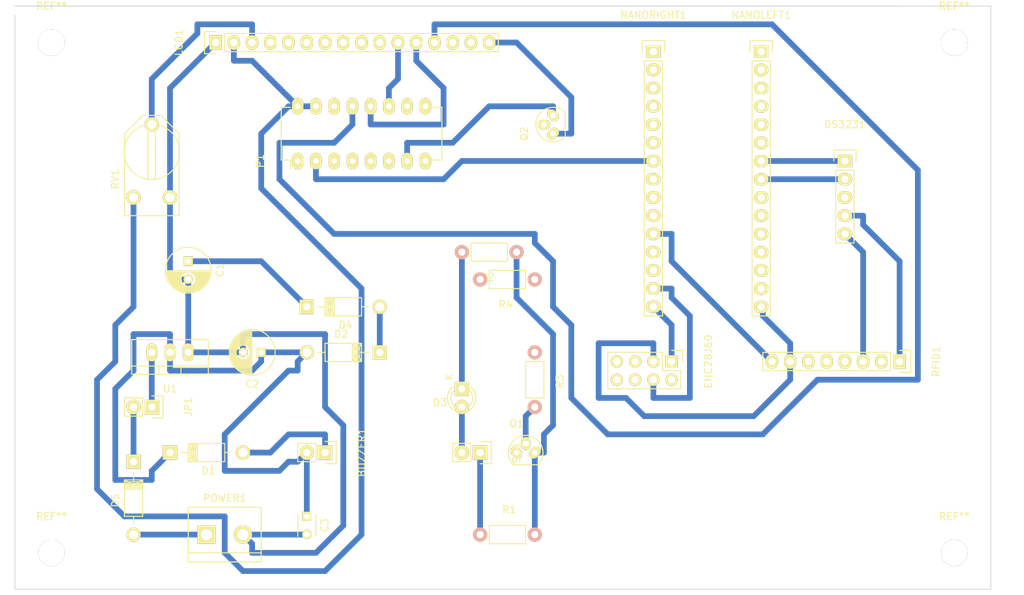
<source format=kicad_pcb>
(kicad_pcb (version 4) (host pcbnew 4.0.2+dfsg1-stable)

  (general
    (links 68)
    (no_connects 26)
    (area 119.38 39.37 264.16 124.46)
    (thickness 1.6)
    (drawings 5)
    (tracks 169)
    (zones 0)
    (modules 34)
    (nets 60)
  )

  (page A4)
  (layers
    (0 F.Cu signal)
    (31 B.Cu signal)
    (32 B.Adhes user)
    (33 F.Adhes user)
    (34 B.Paste user)
    (35 F.Paste user)
    (36 B.SilkS user)
    (37 F.SilkS user)
    (38 B.Mask user)
    (39 F.Mask user)
    (40 Dwgs.User user)
    (41 Cmts.User user)
    (42 Eco1.User user)
    (43 Eco2.User user)
    (44 Edge.Cuts user)
    (45 Margin user)
    (46 B.CrtYd user)
    (47 F.CrtYd user)
    (48 B.Fab user)
    (49 F.Fab user)
  )

  (setup
    (last_trace_width 0.8)
    (trace_clearance 0.7)
    (zone_clearance 0.508)
    (zone_45_only no)
    (trace_min 0.2)
    (segment_width 0.2)
    (edge_width 0.1)
    (via_size 0.6)
    (via_drill 0.4)
    (via_min_size 0.4)
    (via_min_drill 0.3)
    (uvia_size 0.3)
    (uvia_drill 0.1)
    (uvias_allowed no)
    (uvia_min_size 0.2)
    (uvia_min_drill 0.1)
    (pcb_text_width 0.3)
    (pcb_text_size 1.5 1.5)
    (mod_edge_width 0.15)
    (mod_text_size 1 1)
    (mod_text_width 0.15)
    (pad_size 1.5 1.5)
    (pad_drill 0.6)
    (pad_to_mask_clearance 0)
    (aux_axis_origin 0 0)
    (visible_elements FFFFFF7F)
    (pcbplotparams
      (layerselection 0x00030_80000001)
      (usegerberextensions false)
      (excludeedgelayer true)
      (linewidth 0.100000)
      (plotframeref false)
      (viasonmask false)
      (mode 1)
      (useauxorigin false)
      (hpglpennumber 1)
      (hpglpenspeed 20)
      (hpglpendiameter 15)
      (hpglpenoverlay 2)
      (psnegative false)
      (psa4output false)
      (plotreference true)
      (plotvalue true)
      (plotinvisibletext false)
      (padsonsilk false)
      (subtractmaskfromsilk false)
      (outputformat 1)
      (mirror false)
      (drillshape 1)
      (scaleselection 1)
      (outputdirectory ""))
  )

  (net 0 "")
  (net 1 "Net-(BUZZER1-Pad1)")
  (net 2 "Net-(C1-Pad1)")
  (net 3 "Net-(D2-Pad1)")
  (net 4 "Net-(D3-Pad1)")
  (net 5 "Net-(D5-Pad2)")
  (net 6 "Net-(D5-Pad1)")
  (net 7 "Net-(DS3231-Pad3)")
  (net 8 "Net-(ENC28J60-Pad2)")
  (net 9 "Net-(ENC28J60-Pad5)")
  (net 10 "Net-(LCD1-Pad7)")
  (net 11 "Net-(LCD1-Pad8)")
  (net 12 "Net-(LCD1-Pad9)")
  (net 13 "Net-(LCD1-Pad10)")
  (net 14 "Net-(NANOLEFT1-Pad1)")
  (net 15 "Net-(NANOLEFT1-Pad2)")
  (net 16 "Net-(NANOLEFT1-Pad3)")
  (net 17 "Net-(NANOLEFT1-Pad5)")
  (net 18 "Net-(NANOLEFT1-Pad6)")
  (net 19 "Net-(NANOLEFT1-Pad9)")
  (net 20 "Net-(NANOLEFT1-Pad10)")
  (net 21 "Net-(NANOLEFT1-Pad11)")
  (net 22 "Net-(NANOLEFT1-Pad12)")
  (net 23 "Net-(NANOLEFT1-Pad13)")
  (net 24 "Net-(NANOLEFT1-Pad14)")
  (net 25 "Net-(NANORIGHT1-Pad1)")
  (net 26 "Net-(NANORIGHT1-Pad2)")
  (net 27 "Net-(NANORIGHT1-Pad3)")
  (net 28 "Net-(P1-Pad4)")
  (net 29 "Net-(P1-Pad9)")
  (net 30 "Net-(P1-Pad10)")
  (net 31 "Net-(Q1-Pad2)")
  (net 32 "Net-(Q2-Pad2)")
  (net 33 "Net-(RFID1-Pad4)")
  (net 34 "Net-(BUZZER1-Pad2)")
  (net 35 "Net-(C1-Pad2)")
  (net 36 "Net-(DS3231-Pad1)")
  (net 37 "Net-(DS3231-Pad2)")
  (net 38 "Net-(ENC28J60-Pad1)")
  (net 39 "Net-(ENC28J60-Pad3)")
  (net 40 "Net-(ENC28J60-Pad4)")
  (net 41 "Net-(ENC28J60-Pad6)")
  (net 42 "Net-(JP1-Pad1)")
  (net 43 "Net-(LCD1-Pad3)")
  (net 44 "Net-(LCD1-Pad4)")
  (net 45 "Net-(LCD1-Pad5)")
  (net 46 "Net-(LCD1-Pad6)")
  (net 47 "Net-(LCD1-Pad11)")
  (net 48 "Net-(LCD1-Pad12)")
  (net 49 "Net-(LCD1-Pad13)")
  (net 50 "Net-(LCD1-Pad14)")
  (net 51 "Net-(LCD1-Pad16)")
  (net 52 "Net-(NANORIGHT1-Pad5)")
  (net 53 "Net-(NANORIGHT1-Pad6)")
  (net 54 "Net-(NANORIGHT1-Pad7)")
  (net 55 "Net-(NANORIGHT1-Pad8)")
  (net 56 "Net-(NANORIGHT1-Pad9)")
  (net 57 "Net-(NANORIGHT1-Pad10)")
  (net 58 "Net-(NANORIGHT1-Pad11)")
  (net 59 "Net-(NANORIGHT1-Pad12)")

  (net_class Default "This is the default net class."
    (clearance 0.7)
    (trace_width 0.8)
    (via_dia 0.6)
    (via_drill 0.4)
    (uvia_dia 0.3)
    (uvia_drill 0.1)
    (add_net "Net-(BUZZER1-Pad1)")
    (add_net "Net-(BUZZER1-Pad2)")
    (add_net "Net-(C1-Pad1)")
    (add_net "Net-(C1-Pad2)")
    (add_net "Net-(D2-Pad1)")
    (add_net "Net-(D3-Pad1)")
    (add_net "Net-(D5-Pad1)")
    (add_net "Net-(D5-Pad2)")
    (add_net "Net-(DS3231-Pad1)")
    (add_net "Net-(DS3231-Pad2)")
    (add_net "Net-(DS3231-Pad3)")
    (add_net "Net-(ENC28J60-Pad1)")
    (add_net "Net-(ENC28J60-Pad2)")
    (add_net "Net-(ENC28J60-Pad3)")
    (add_net "Net-(ENC28J60-Pad4)")
    (add_net "Net-(ENC28J60-Pad5)")
    (add_net "Net-(ENC28J60-Pad6)")
    (add_net "Net-(JP1-Pad1)")
    (add_net "Net-(LCD1-Pad10)")
    (add_net "Net-(LCD1-Pad11)")
    (add_net "Net-(LCD1-Pad12)")
    (add_net "Net-(LCD1-Pad13)")
    (add_net "Net-(LCD1-Pad14)")
    (add_net "Net-(LCD1-Pad16)")
    (add_net "Net-(LCD1-Pad3)")
    (add_net "Net-(LCD1-Pad4)")
    (add_net "Net-(LCD1-Pad5)")
    (add_net "Net-(LCD1-Pad6)")
    (add_net "Net-(LCD1-Pad7)")
    (add_net "Net-(LCD1-Pad8)")
    (add_net "Net-(LCD1-Pad9)")
    (add_net "Net-(NANOLEFT1-Pad1)")
    (add_net "Net-(NANOLEFT1-Pad10)")
    (add_net "Net-(NANOLEFT1-Pad11)")
    (add_net "Net-(NANOLEFT1-Pad12)")
    (add_net "Net-(NANOLEFT1-Pad13)")
    (add_net "Net-(NANOLEFT1-Pad14)")
    (add_net "Net-(NANOLEFT1-Pad2)")
    (add_net "Net-(NANOLEFT1-Pad3)")
    (add_net "Net-(NANOLEFT1-Pad5)")
    (add_net "Net-(NANOLEFT1-Pad6)")
    (add_net "Net-(NANOLEFT1-Pad9)")
    (add_net "Net-(NANORIGHT1-Pad1)")
    (add_net "Net-(NANORIGHT1-Pad10)")
    (add_net "Net-(NANORIGHT1-Pad11)")
    (add_net "Net-(NANORIGHT1-Pad12)")
    (add_net "Net-(NANORIGHT1-Pad2)")
    (add_net "Net-(NANORIGHT1-Pad3)")
    (add_net "Net-(NANORIGHT1-Pad5)")
    (add_net "Net-(NANORIGHT1-Pad6)")
    (add_net "Net-(NANORIGHT1-Pad7)")
    (add_net "Net-(NANORIGHT1-Pad8)")
    (add_net "Net-(NANORIGHT1-Pad9)")
    (add_net "Net-(P1-Pad10)")
    (add_net "Net-(P1-Pad4)")
    (add_net "Net-(P1-Pad9)")
    (add_net "Net-(Q1-Pad2)")
    (add_net "Net-(Q2-Pad2)")
    (add_net "Net-(RFID1-Pad4)")
  )

  (module Pin_Headers:Pin_Header_Straight_1x02 locked (layer F.Cu) (tedit 54EA090C) (tstamp 599E182F)
    (at 166.37 104.14 270)
    (descr "Through hole pin header")
    (tags "pin header")
    (path /599F0B21)
    (fp_text reference BUZZER1 (at 0 -5.1 270) (layer F.SilkS)
      (effects (font (size 1 1) (thickness 0.15)))
    )
    (fp_text value CONNECTOR_BUZZER (at 0 -3.1 270) (layer F.Fab)
      (effects (font (size 1 1) (thickness 0.15)))
    )
    (fp_line (start 1.27 1.27) (end 1.27 3.81) (layer F.SilkS) (width 0.15))
    (fp_line (start 1.55 -1.55) (end 1.55 0) (layer F.SilkS) (width 0.15))
    (fp_line (start -1.75 -1.75) (end -1.75 4.3) (layer F.CrtYd) (width 0.05))
    (fp_line (start 1.75 -1.75) (end 1.75 4.3) (layer F.CrtYd) (width 0.05))
    (fp_line (start -1.75 -1.75) (end 1.75 -1.75) (layer F.CrtYd) (width 0.05))
    (fp_line (start -1.75 4.3) (end 1.75 4.3) (layer F.CrtYd) (width 0.05))
    (fp_line (start 1.27 1.27) (end -1.27 1.27) (layer F.SilkS) (width 0.15))
    (fp_line (start -1.55 0) (end -1.55 -1.55) (layer F.SilkS) (width 0.15))
    (fp_line (start -1.55 -1.55) (end 1.55 -1.55) (layer F.SilkS) (width 0.15))
    (fp_line (start -1.27 1.27) (end -1.27 3.81) (layer F.SilkS) (width 0.15))
    (fp_line (start -1.27 3.81) (end 1.27 3.81) (layer F.SilkS) (width 0.15))
    (pad 1 thru_hole rect (at 0 0 270) (size 2.032 2.032) (drill 1.016) (layers *.Cu *.Mask F.SilkS)
      (net 1 "Net-(BUZZER1-Pad1)"))
    (pad 2 thru_hole oval (at 0 2.54 270) (size 2.032 2.032) (drill 1.016) (layers *.Cu *.Mask F.SilkS)
      (net 34 "Net-(BUZZER1-Pad2)"))
    (model Pin_Headers.3dshapes/Pin_Header_Straight_1x02.wrl
      (at (xyz 0 -0.05 0))
      (scale (xyz 1 1 1))
      (rotate (xyz 0 0 90))
    )
  )

  (module Capacitors_ThroughHole:C_Radial_D6.3_L11.2_P2.5 locked (layer F.Cu) (tedit 599E3C76) (tstamp 599E1835)
    (at 147.32 77.47 270)
    (descr "Radial Electrolytic Capacitor, Diameter 6.3mm x Length 11.2mm, Pitch 2.5mm")
    (tags "Electrolytic Capacitor")
    (path /5995FFB0)
    (fp_text reference C1 (at 1.25 -4.4 270) (layer F.SilkS)
      (effects (font (size 1 1) (thickness 0.15)))
    )
    (fp_text value 10x16 (at 1.25 4.4 270) (layer F.Fab)
      (effects (font (size 1 1) (thickness 0.15)))
    )
    (fp_line (start 1.325 -3.149) (end 1.325 3.149) (layer F.SilkS) (width 0.15))
    (fp_line (start 1.465 -3.143) (end 1.465 3.143) (layer F.SilkS) (width 0.15))
    (fp_line (start 1.605 -3.13) (end 1.605 -0.446) (layer F.SilkS) (width 0.15))
    (fp_line (start 1.605 0.446) (end 1.605 3.13) (layer F.SilkS) (width 0.15))
    (fp_line (start 1.745 -3.111) (end 1.745 -0.656) (layer F.SilkS) (width 0.15))
    (fp_line (start 1.745 0.656) (end 1.745 3.111) (layer F.SilkS) (width 0.15))
    (fp_line (start 1.885 -3.085) (end 1.885 -0.789) (layer F.SilkS) (width 0.15))
    (fp_line (start 1.885 0.789) (end 1.885 3.085) (layer F.SilkS) (width 0.15))
    (fp_line (start 2.025 -3.053) (end 2.025 -0.88) (layer F.SilkS) (width 0.15))
    (fp_line (start 2.025 0.88) (end 2.025 3.053) (layer F.SilkS) (width 0.15))
    (fp_line (start 2.165 -3.014) (end 2.165 -0.942) (layer F.SilkS) (width 0.15))
    (fp_line (start 2.165 0.942) (end 2.165 3.014) (layer F.SilkS) (width 0.15))
    (fp_line (start 2.305 -2.968) (end 2.305 -0.981) (layer F.SilkS) (width 0.15))
    (fp_line (start 2.305 0.981) (end 2.305 2.968) (layer F.SilkS) (width 0.15))
    (fp_line (start 2.445 -2.915) (end 2.445 -0.998) (layer F.SilkS) (width 0.15))
    (fp_line (start 2.445 0.998) (end 2.445 2.915) (layer F.SilkS) (width 0.15))
    (fp_line (start 2.585 -2.853) (end 2.585 -0.996) (layer F.SilkS) (width 0.15))
    (fp_line (start 2.585 0.996) (end 2.585 2.853) (layer F.SilkS) (width 0.15))
    (fp_line (start 2.725 -2.783) (end 2.725 -0.974) (layer F.SilkS) (width 0.15))
    (fp_line (start 2.725 0.974) (end 2.725 2.783) (layer F.SilkS) (width 0.15))
    (fp_line (start 2.865 -2.704) (end 2.865 -0.931) (layer F.SilkS) (width 0.15))
    (fp_line (start 2.865 0.931) (end 2.865 2.704) (layer F.SilkS) (width 0.15))
    (fp_line (start 3.005 -2.616) (end 3.005 -0.863) (layer F.SilkS) (width 0.15))
    (fp_line (start 3.005 0.863) (end 3.005 2.616) (layer F.SilkS) (width 0.15))
    (fp_line (start 3.145 -2.516) (end 3.145 -0.764) (layer F.SilkS) (width 0.15))
    (fp_line (start 3.145 0.764) (end 3.145 2.516) (layer F.SilkS) (width 0.15))
    (fp_line (start 3.285 -2.404) (end 3.285 -0.619) (layer F.SilkS) (width 0.15))
    (fp_line (start 3.285 0.619) (end 3.285 2.404) (layer F.SilkS) (width 0.15))
    (fp_line (start 3.425 -2.279) (end 3.425 -0.38) (layer F.SilkS) (width 0.15))
    (fp_line (start 3.425 0.38) (end 3.425 2.279) (layer F.SilkS) (width 0.15))
    (fp_line (start 3.565 -2.136) (end 3.565 2.136) (layer F.SilkS) (width 0.15))
    (fp_line (start 3.705 -1.974) (end 3.705 1.974) (layer F.SilkS) (width 0.15))
    (fp_line (start 3.845 -1.786) (end 3.845 1.786) (layer F.SilkS) (width 0.15))
    (fp_line (start 3.985 -1.563) (end 3.985 1.563) (layer F.SilkS) (width 0.15))
    (fp_line (start 4.125 -1.287) (end 4.125 1.287) (layer F.SilkS) (width 0.15))
    (fp_line (start 4.265 -0.912) (end 4.265 0.912) (layer F.SilkS) (width 0.15))
    (fp_circle (center 2.5 0) (end 2.5 -1) (layer F.SilkS) (width 0.15))
    (fp_circle (center 1.25 0) (end 1.25 -3.1875) (layer F.SilkS) (width 0.15))
    (fp_circle (center 1.25 0) (end 1.25 -3.4) (layer F.CrtYd) (width 0.05))
    (pad 2 thru_hole circle (at 2.5 0 270) (size 1.3 1.3) (drill 0.8) (layers *.Cu *.Mask F.SilkS)
      (net 35 "Net-(C1-Pad2)"))
    (pad 1 thru_hole rect (at 0 0 270) (size 1.3 1.3) (drill 0.8) (layers *.Cu *.Mask F.SilkS)
      (net 2 "Net-(C1-Pad1)"))
    (model Capacitors_ThroughHole.3dshapes/C_Radial_D6.3_L11.2_P2.5.wrl
      (at (xyz 0 0 0))
      (scale (xyz 1 1 1))
      (rotate (xyz 0 0 0))
    )
  )

  (module Capacitors_ThroughHole:C_Radial_D6.3_L11.2_P2.5 locked (layer F.Cu) (tedit 0) (tstamp 599E183B)
    (at 157.48 90.17 180)
    (descr "Radial Electrolytic Capacitor, Diameter 6.3mm x Length 11.2mm, Pitch 2.5mm")
    (tags "Electrolytic Capacitor")
    (path /5995FF2F)
    (fp_text reference C2 (at 1.25 -4.4 180) (layer F.SilkS)
      (effects (font (size 1 1) (thickness 0.15)))
    )
    (fp_text value 10x16 (at 1.25 4.4 180) (layer F.Fab)
      (effects (font (size 1 1) (thickness 0.15)))
    )
    (fp_line (start 1.325 -3.149) (end 1.325 3.149) (layer F.SilkS) (width 0.15))
    (fp_line (start 1.465 -3.143) (end 1.465 3.143) (layer F.SilkS) (width 0.15))
    (fp_line (start 1.605 -3.13) (end 1.605 -0.446) (layer F.SilkS) (width 0.15))
    (fp_line (start 1.605 0.446) (end 1.605 3.13) (layer F.SilkS) (width 0.15))
    (fp_line (start 1.745 -3.111) (end 1.745 -0.656) (layer F.SilkS) (width 0.15))
    (fp_line (start 1.745 0.656) (end 1.745 3.111) (layer F.SilkS) (width 0.15))
    (fp_line (start 1.885 -3.085) (end 1.885 -0.789) (layer F.SilkS) (width 0.15))
    (fp_line (start 1.885 0.789) (end 1.885 3.085) (layer F.SilkS) (width 0.15))
    (fp_line (start 2.025 -3.053) (end 2.025 -0.88) (layer F.SilkS) (width 0.15))
    (fp_line (start 2.025 0.88) (end 2.025 3.053) (layer F.SilkS) (width 0.15))
    (fp_line (start 2.165 -3.014) (end 2.165 -0.942) (layer F.SilkS) (width 0.15))
    (fp_line (start 2.165 0.942) (end 2.165 3.014) (layer F.SilkS) (width 0.15))
    (fp_line (start 2.305 -2.968) (end 2.305 -0.981) (layer F.SilkS) (width 0.15))
    (fp_line (start 2.305 0.981) (end 2.305 2.968) (layer F.SilkS) (width 0.15))
    (fp_line (start 2.445 -2.915) (end 2.445 -0.998) (layer F.SilkS) (width 0.15))
    (fp_line (start 2.445 0.998) (end 2.445 2.915) (layer F.SilkS) (width 0.15))
    (fp_line (start 2.585 -2.853) (end 2.585 -0.996) (layer F.SilkS) (width 0.15))
    (fp_line (start 2.585 0.996) (end 2.585 2.853) (layer F.SilkS) (width 0.15))
    (fp_line (start 2.725 -2.783) (end 2.725 -0.974) (layer F.SilkS) (width 0.15))
    (fp_line (start 2.725 0.974) (end 2.725 2.783) (layer F.SilkS) (width 0.15))
    (fp_line (start 2.865 -2.704) (end 2.865 -0.931) (layer F.SilkS) (width 0.15))
    (fp_line (start 2.865 0.931) (end 2.865 2.704) (layer F.SilkS) (width 0.15))
    (fp_line (start 3.005 -2.616) (end 3.005 -0.863) (layer F.SilkS) (width 0.15))
    (fp_line (start 3.005 0.863) (end 3.005 2.616) (layer F.SilkS) (width 0.15))
    (fp_line (start 3.145 -2.516) (end 3.145 -0.764) (layer F.SilkS) (width 0.15))
    (fp_line (start 3.145 0.764) (end 3.145 2.516) (layer F.SilkS) (width 0.15))
    (fp_line (start 3.285 -2.404) (end 3.285 -0.619) (layer F.SilkS) (width 0.15))
    (fp_line (start 3.285 0.619) (end 3.285 2.404) (layer F.SilkS) (width 0.15))
    (fp_line (start 3.425 -2.279) (end 3.425 -0.38) (layer F.SilkS) (width 0.15))
    (fp_line (start 3.425 0.38) (end 3.425 2.279) (layer F.SilkS) (width 0.15))
    (fp_line (start 3.565 -2.136) (end 3.565 2.136) (layer F.SilkS) (width 0.15))
    (fp_line (start 3.705 -1.974) (end 3.705 1.974) (layer F.SilkS) (width 0.15))
    (fp_line (start 3.845 -1.786) (end 3.845 1.786) (layer F.SilkS) (width 0.15))
    (fp_line (start 3.985 -1.563) (end 3.985 1.563) (layer F.SilkS) (width 0.15))
    (fp_line (start 4.125 -1.287) (end 4.125 1.287) (layer F.SilkS) (width 0.15))
    (fp_line (start 4.265 -0.912) (end 4.265 0.912) (layer F.SilkS) (width 0.15))
    (fp_circle (center 2.5 0) (end 2.5 -1) (layer F.SilkS) (width 0.15))
    (fp_circle (center 1.25 0) (end 1.25 -3.1875) (layer F.SilkS) (width 0.15))
    (fp_circle (center 1.25 0) (end 1.25 -3.4) (layer F.CrtYd) (width 0.05))
    (pad 2 thru_hole circle (at 2.5 0 180) (size 1.3 1.3) (drill 0.8) (layers *.Cu *.Mask F.SilkS)
      (net 35 "Net-(C1-Pad2)"))
    (pad 1 thru_hole rect (at 0 0 180) (size 1.3 1.3) (drill 0.8) (layers *.Cu *.Mask F.SilkS)
      (net 34 "Net-(BUZZER1-Pad2)"))
    (model Capacitors_ThroughHole.3dshapes/C_Radial_D6.3_L11.2_P2.5.wrl
      (at (xyz 0 0 0))
      (scale (xyz 1 1 1))
      (rotate (xyz 0 0 0))
    )
  )

  (module Capacitors_ThroughHole:C_Disc_D3_P2.5 (layer F.Cu) (tedit 0) (tstamp 599E1841)
    (at 163.83 113.03 270)
    (descr "Capacitor 3mm Disc, Pitch 2.5mm")
    (tags Capacitor)
    (path /599E0430)
    (fp_text reference C3 (at 1.25 -2.5 270) (layer F.SilkS)
      (effects (font (size 1 1) (thickness 0.15)))
    )
    (fp_text value 0.1 (at 1.25 2.5 270) (layer F.Fab)
      (effects (font (size 1 1) (thickness 0.15)))
    )
    (fp_line (start -0.9 -1.5) (end 3.4 -1.5) (layer F.CrtYd) (width 0.05))
    (fp_line (start 3.4 -1.5) (end 3.4 1.5) (layer F.CrtYd) (width 0.05))
    (fp_line (start 3.4 1.5) (end -0.9 1.5) (layer F.CrtYd) (width 0.05))
    (fp_line (start -0.9 1.5) (end -0.9 -1.5) (layer F.CrtYd) (width 0.05))
    (fp_line (start -0.25 -1.25) (end 2.75 -1.25) (layer F.SilkS) (width 0.15))
    (fp_line (start 2.75 1.25) (end -0.25 1.25) (layer F.SilkS) (width 0.15))
    (pad 1 thru_hole rect (at 0 0 270) (size 1.3 1.3) (drill 0.8) (layers *.Cu *.Mask F.SilkS)
      (net 34 "Net-(BUZZER1-Pad2)"))
    (pad 2 thru_hole circle (at 2.5 0 270) (size 1.3 1.3) (drill 0.8001) (layers *.Cu *.Mask F.SilkS)
      (net 35 "Net-(C1-Pad2)"))
    (model Capacitors_ThroughHole.3dshapes/C_Disc_D3_P2.5.wrl
      (at (xyz 0.0492126 0 0))
      (scale (xyz 1 1 1))
      (rotate (xyz 0 0 0))
    )
  )

  (module Diodes_ThroughHole:Diode_DO-41_SOD81_Horizontal_RM10 locked (layer F.Cu) (tedit 552FFCCE) (tstamp 599E1847)
    (at 144.78 104.14)
    (descr "Diode, DO-41, SOD81, Horizontal, RM 10mm,")
    (tags "Diode, DO-41, SOD81, Horizontal, RM 10mm, 1N4007, SB140,")
    (path /599F9B76)
    (fp_text reference D1 (at 5.38734 2.53746) (layer F.SilkS)
      (effects (font (size 1 1) (thickness 0.15)))
    )
    (fp_text value 1N4007 (at 4.37134 -3.55854) (layer F.Fab)
      (effects (font (size 1 1) (thickness 0.15)))
    )
    (fp_line (start 7.62 -0.00254) (end 8.636 -0.00254) (layer F.SilkS) (width 0.15))
    (fp_line (start 2.794 -0.00254) (end 1.524 -0.00254) (layer F.SilkS) (width 0.15))
    (fp_line (start 3.048 -1.27254) (end 3.048 1.26746) (layer F.SilkS) (width 0.15))
    (fp_line (start 3.302 -1.27254) (end 3.302 1.26746) (layer F.SilkS) (width 0.15))
    (fp_line (start 3.556 -1.27254) (end 3.556 1.26746) (layer F.SilkS) (width 0.15))
    (fp_line (start 2.794 -1.27254) (end 2.794 1.26746) (layer F.SilkS) (width 0.15))
    (fp_line (start 3.81 -1.27254) (end 2.54 1.26746) (layer F.SilkS) (width 0.15))
    (fp_line (start 2.54 -1.27254) (end 3.81 1.26746) (layer F.SilkS) (width 0.15))
    (fp_line (start 3.81 -1.27254) (end 3.81 1.26746) (layer F.SilkS) (width 0.15))
    (fp_line (start 3.175 -1.27254) (end 3.175 1.26746) (layer F.SilkS) (width 0.15))
    (fp_line (start 2.54 1.26746) (end 2.54 -1.27254) (layer F.SilkS) (width 0.15))
    (fp_line (start 2.54 -1.27254) (end 7.62 -1.27254) (layer F.SilkS) (width 0.15))
    (fp_line (start 7.62 -1.27254) (end 7.62 1.26746) (layer F.SilkS) (width 0.15))
    (fp_line (start 7.62 1.26746) (end 2.54 1.26746) (layer F.SilkS) (width 0.15))
    (pad 2 thru_hole circle (at 10.16 -0.00254 180) (size 1.99898 1.99898) (drill 1.27) (layers *.Cu *.Mask F.SilkS)
      (net 1 "Net-(BUZZER1-Pad1)"))
    (pad 1 thru_hole rect (at 0 -0.00254 180) (size 1.99898 1.99898) (drill 1.00076) (layers *.Cu *.Mask F.SilkS)
      (net 34 "Net-(BUZZER1-Pad2)"))
  )

  (module Diodes_ThroughHole:Diode_DO-41_SOD81_Horizontal_RM10 locked (layer F.Cu) (tedit 552FFCCE) (tstamp 599E184D)
    (at 173.99 90.17 180)
    (descr "Diode, DO-41, SOD81, Horizontal, RM 10mm,")
    (tags "Diode, DO-41, SOD81, Horizontal, RM 10mm, 1N4007, SB140,")
    (path /5995FCC7)
    (fp_text reference D2 (at 5.38734 2.53746 180) (layer F.SilkS)
      (effects (font (size 1 1) (thickness 0.15)))
    )
    (fp_text value 1N4007 (at 4.37134 -3.55854 180) (layer F.Fab)
      (effects (font (size 1 1) (thickness 0.15)))
    )
    (fp_line (start 7.62 -0.00254) (end 8.636 -0.00254) (layer F.SilkS) (width 0.15))
    (fp_line (start 2.794 -0.00254) (end 1.524 -0.00254) (layer F.SilkS) (width 0.15))
    (fp_line (start 3.048 -1.27254) (end 3.048 1.26746) (layer F.SilkS) (width 0.15))
    (fp_line (start 3.302 -1.27254) (end 3.302 1.26746) (layer F.SilkS) (width 0.15))
    (fp_line (start 3.556 -1.27254) (end 3.556 1.26746) (layer F.SilkS) (width 0.15))
    (fp_line (start 2.794 -1.27254) (end 2.794 1.26746) (layer F.SilkS) (width 0.15))
    (fp_line (start 3.81 -1.27254) (end 2.54 1.26746) (layer F.SilkS) (width 0.15))
    (fp_line (start 2.54 -1.27254) (end 3.81 1.26746) (layer F.SilkS) (width 0.15))
    (fp_line (start 3.81 -1.27254) (end 3.81 1.26746) (layer F.SilkS) (width 0.15))
    (fp_line (start 3.175 -1.27254) (end 3.175 1.26746) (layer F.SilkS) (width 0.15))
    (fp_line (start 2.54 1.26746) (end 2.54 -1.27254) (layer F.SilkS) (width 0.15))
    (fp_line (start 2.54 -1.27254) (end 7.62 -1.27254) (layer F.SilkS) (width 0.15))
    (fp_line (start 7.62 -1.27254) (end 7.62 1.26746) (layer F.SilkS) (width 0.15))
    (fp_line (start 7.62 1.26746) (end 2.54 1.26746) (layer F.SilkS) (width 0.15))
    (pad 2 thru_hole circle (at 10.16 -0.00254) (size 1.99898 1.99898) (drill 1.27) (layers *.Cu *.Mask F.SilkS)
      (net 34 "Net-(BUZZER1-Pad2)"))
    (pad 1 thru_hole rect (at 0 -0.00254) (size 1.99898 1.99898) (drill 1.00076) (layers *.Cu *.Mask F.SilkS)
      (net 3 "Net-(D2-Pad1)"))
  )

  (module LEDs:LED-3MM locked (layer F.Cu) (tedit 599E3AC9) (tstamp 599E1853)
    (at 185.42 95.25 270)
    (descr "LED 3mm round vertical")
    (tags "LED  3mm round vertical")
    (path /5995FD7E)
    (fp_text reference D3 (at 1.91 3.06 360) (layer F.SilkS)
      (effects (font (size 1 1) (thickness 0.15)))
    )
    (fp_text value LED_3mm (at 1.3 -2.9 360) (layer F.Fab)
      (effects (font (size 1 1) (thickness 0.15)))
    )
    (fp_line (start -1.2 2.3) (end 3.8 2.3) (layer F.CrtYd) (width 0.05))
    (fp_line (start 3.8 2.3) (end 3.8 -2.2) (layer F.CrtYd) (width 0.05))
    (fp_line (start 3.8 -2.2) (end -1.2 -2.2) (layer F.CrtYd) (width 0.05))
    (fp_line (start -1.2 -2.2) (end -1.2 2.3) (layer F.CrtYd) (width 0.05))
    (fp_line (start -0.199 1.314) (end -0.199 1.114) (layer F.SilkS) (width 0.15))
    (fp_line (start -0.199 -1.28) (end -0.199 -1.1) (layer F.SilkS) (width 0.15))
    (fp_arc (start 1.301 0.034) (end -0.199 -1.286) (angle 108.5) (layer F.SilkS) (width 0.15))
    (fp_arc (start 1.301 0.034) (end 0.25 -1.1) (angle 85.7) (layer F.SilkS) (width 0.15))
    (fp_arc (start 1.311 0.034) (end 3.051 0.994) (angle 110) (layer F.SilkS) (width 0.15))
    (fp_arc (start 1.301 0.034) (end 2.335 1.094) (angle 87.5) (layer F.SilkS) (width 0.15))
    (fp_text user K (at -1.69 1.74 270) (layer F.SilkS)
      (effects (font (size 1 1) (thickness 0.15)))
    )
    (pad 1 thru_hole rect (at 0 0) (size 2 2) (drill 1.00076) (layers *.Cu *.Mask F.SilkS)
      (net 4 "Net-(D3-Pad1)"))
    (pad 2 thru_hole circle (at 2.54 0 270) (size 2 2) (drill 1.00076) (layers *.Cu *.Mask F.SilkS)
      (net 34 "Net-(BUZZER1-Pad2)"))
    (model LEDs.3dshapes/LED-3MM.wrl
      (at (xyz 0.05 0 0))
      (scale (xyz 1 1 1))
      (rotate (xyz 0 0 90))
    )
  )

  (module Diodes_ThroughHole:Diode_DO-41_SOD81_Horizontal_RM10 (layer F.Cu) (tedit 552FFCCE) (tstamp 599E1859)
    (at 163.83 83.82)
    (descr "Diode, DO-41, SOD81, Horizontal, RM 10mm,")
    (tags "Diode, DO-41, SOD81, Horizontal, RM 10mm, 1N4007, SB140,")
    (path /5995FD0A)
    (fp_text reference D4 (at 5.38734 2.53746) (layer F.SilkS)
      (effects (font (size 1 1) (thickness 0.15)))
    )
    (fp_text value 1N4007 (at 4.37134 -3.55854) (layer F.Fab)
      (effects (font (size 1 1) (thickness 0.15)))
    )
    (fp_line (start 7.62 -0.00254) (end 8.636 -0.00254) (layer F.SilkS) (width 0.15))
    (fp_line (start 2.794 -0.00254) (end 1.524 -0.00254) (layer F.SilkS) (width 0.15))
    (fp_line (start 3.048 -1.27254) (end 3.048 1.26746) (layer F.SilkS) (width 0.15))
    (fp_line (start 3.302 -1.27254) (end 3.302 1.26746) (layer F.SilkS) (width 0.15))
    (fp_line (start 3.556 -1.27254) (end 3.556 1.26746) (layer F.SilkS) (width 0.15))
    (fp_line (start 2.794 -1.27254) (end 2.794 1.26746) (layer F.SilkS) (width 0.15))
    (fp_line (start 3.81 -1.27254) (end 2.54 1.26746) (layer F.SilkS) (width 0.15))
    (fp_line (start 2.54 -1.27254) (end 3.81 1.26746) (layer F.SilkS) (width 0.15))
    (fp_line (start 3.81 -1.27254) (end 3.81 1.26746) (layer F.SilkS) (width 0.15))
    (fp_line (start 3.175 -1.27254) (end 3.175 1.26746) (layer F.SilkS) (width 0.15))
    (fp_line (start 2.54 1.26746) (end 2.54 -1.27254) (layer F.SilkS) (width 0.15))
    (fp_line (start 2.54 -1.27254) (end 7.62 -1.27254) (layer F.SilkS) (width 0.15))
    (fp_line (start 7.62 -1.27254) (end 7.62 1.26746) (layer F.SilkS) (width 0.15))
    (fp_line (start 7.62 1.26746) (end 2.54 1.26746) (layer F.SilkS) (width 0.15))
    (pad 2 thru_hole circle (at 10.16 -0.00254 180) (size 1.99898 1.99898) (drill 1.27) (layers *.Cu *.Mask F.SilkS)
      (net 3 "Net-(D2-Pad1)"))
    (pad 1 thru_hole rect (at 0 -0.00254 180) (size 1.99898 1.99898) (drill 1.00076) (layers *.Cu *.Mask F.SilkS)
      (net 2 "Net-(C1-Pad1)"))
  )

  (module Diodes_ThroughHole:Diode_DO-41_SOD81_Horizontal_RM10 (layer F.Cu) (tedit 552FFCCE) (tstamp 599E185F)
    (at 139.7 105.41 270)
    (descr "Diode, DO-41, SOD81, Horizontal, RM 10mm,")
    (tags "Diode, DO-41, SOD81, Horizontal, RM 10mm, 1N4007, SB140,")
    (path /59960A97)
    (fp_text reference D5 (at 5.38734 2.53746 270) (layer F.SilkS)
      (effects (font (size 1 1) (thickness 0.15)))
    )
    (fp_text value 1N4007 (at 4.37134 -3.55854 270) (layer F.Fab)
      (effects (font (size 1 1) (thickness 0.15)))
    )
    (fp_line (start 7.62 -0.00254) (end 8.636 -0.00254) (layer F.SilkS) (width 0.15))
    (fp_line (start 2.794 -0.00254) (end 1.524 -0.00254) (layer F.SilkS) (width 0.15))
    (fp_line (start 3.048 -1.27254) (end 3.048 1.26746) (layer F.SilkS) (width 0.15))
    (fp_line (start 3.302 -1.27254) (end 3.302 1.26746) (layer F.SilkS) (width 0.15))
    (fp_line (start 3.556 -1.27254) (end 3.556 1.26746) (layer F.SilkS) (width 0.15))
    (fp_line (start 2.794 -1.27254) (end 2.794 1.26746) (layer F.SilkS) (width 0.15))
    (fp_line (start 3.81 -1.27254) (end 2.54 1.26746) (layer F.SilkS) (width 0.15))
    (fp_line (start 2.54 -1.27254) (end 3.81 1.26746) (layer F.SilkS) (width 0.15))
    (fp_line (start 3.81 -1.27254) (end 3.81 1.26746) (layer F.SilkS) (width 0.15))
    (fp_line (start 3.175 -1.27254) (end 3.175 1.26746) (layer F.SilkS) (width 0.15))
    (fp_line (start 2.54 1.26746) (end 2.54 -1.27254) (layer F.SilkS) (width 0.15))
    (fp_line (start 2.54 -1.27254) (end 7.62 -1.27254) (layer F.SilkS) (width 0.15))
    (fp_line (start 7.62 -1.27254) (end 7.62 1.26746) (layer F.SilkS) (width 0.15))
    (fp_line (start 7.62 1.26746) (end 2.54 1.26746) (layer F.SilkS) (width 0.15))
    (pad 2 thru_hole circle (at 10.16 -0.00254 90) (size 1.99898 1.99898) (drill 1.27) (layers *.Cu *.Mask F.SilkS)
      (net 5 "Net-(D5-Pad2)"))
    (pad 1 thru_hole rect (at 0 -0.00254 90) (size 1.99898 1.99898) (drill 1.00076) (layers *.Cu *.Mask F.SilkS)
      (net 6 "Net-(D5-Pad1)"))
  )

  (module Pin_Headers:Pin_Header_Straight_1x05 (layer F.Cu) (tedit 54EA0684) (tstamp 599E1868)
    (at 238.76 63.5)
    (descr "Through hole pin header")
    (tags "pin header")
    (path /599BB236)
    (fp_text reference DS3231 (at 0 -5.1) (layer F.SilkS)
      (effects (font (size 1 1) (thickness 0.15)))
    )
    (fp_text value CLOCK (at 0 -3.1) (layer F.Fab)
      (effects (font (size 1 1) (thickness 0.15)))
    )
    (fp_line (start -1.55 0) (end -1.55 -1.55) (layer F.SilkS) (width 0.15))
    (fp_line (start -1.55 -1.55) (end 1.55 -1.55) (layer F.SilkS) (width 0.15))
    (fp_line (start 1.55 -1.55) (end 1.55 0) (layer F.SilkS) (width 0.15))
    (fp_line (start -1.75 -1.75) (end -1.75 11.95) (layer F.CrtYd) (width 0.05))
    (fp_line (start 1.75 -1.75) (end 1.75 11.95) (layer F.CrtYd) (width 0.05))
    (fp_line (start -1.75 -1.75) (end 1.75 -1.75) (layer F.CrtYd) (width 0.05))
    (fp_line (start -1.75 11.95) (end 1.75 11.95) (layer F.CrtYd) (width 0.05))
    (fp_line (start 1.27 1.27) (end 1.27 11.43) (layer F.SilkS) (width 0.15))
    (fp_line (start 1.27 11.43) (end -1.27 11.43) (layer F.SilkS) (width 0.15))
    (fp_line (start -1.27 11.43) (end -1.27 1.27) (layer F.SilkS) (width 0.15))
    (fp_line (start 1.27 1.27) (end -1.27 1.27) (layer F.SilkS) (width 0.15))
    (pad 1 thru_hole rect (at 0 0) (size 2.032 1.7272) (drill 1.016) (layers *.Cu *.Mask F.SilkS)
      (net 36 "Net-(DS3231-Pad1)"))
    (pad 2 thru_hole oval (at 0 2.54) (size 2.032 1.7272) (drill 1.016) (layers *.Cu *.Mask F.SilkS)
      (net 37 "Net-(DS3231-Pad2)"))
    (pad 3 thru_hole oval (at 0 5.08) (size 2.032 1.7272) (drill 1.016) (layers *.Cu *.Mask F.SilkS)
      (net 7 "Net-(DS3231-Pad3)"))
    (pad 4 thru_hole oval (at 0 7.62) (size 2.032 1.7272) (drill 1.016) (layers *.Cu *.Mask F.SilkS)
      (net 2 "Net-(C1-Pad1)"))
    (pad 5 thru_hole oval (at 0 10.16) (size 2.032 1.7272) (drill 1.016) (layers *.Cu *.Mask F.SilkS)
      (net 35 "Net-(C1-Pad2)"))
    (model Pin_Headers.3dshapes/Pin_Header_Straight_1x05.wrl
      (at (xyz 0 -0.2 0))
      (scale (xyz 1 1 1))
      (rotate (xyz 0 0 90))
    )
  )

  (module Pin_Headers:Pin_Header_Straight_2x04 (layer F.Cu) (tedit 0) (tstamp 599E1874)
    (at 214.63 91.44 270)
    (descr "Through hole pin header")
    (tags "pin header")
    (path /599BD1D9)
    (fp_text reference ENC28J60 (at 0 -5.1 270) (layer F.SilkS)
      (effects (font (size 1 1) (thickness 0.15)))
    )
    (fp_text value ETHERNET (at 0 -3.1 270) (layer F.Fab)
      (effects (font (size 1 1) (thickness 0.15)))
    )
    (fp_line (start -1.75 -1.75) (end -1.75 9.4) (layer F.CrtYd) (width 0.05))
    (fp_line (start 4.3 -1.75) (end 4.3 9.4) (layer F.CrtYd) (width 0.05))
    (fp_line (start -1.75 -1.75) (end 4.3 -1.75) (layer F.CrtYd) (width 0.05))
    (fp_line (start -1.75 9.4) (end 4.3 9.4) (layer F.CrtYd) (width 0.05))
    (fp_line (start -1.27 1.27) (end -1.27 8.89) (layer F.SilkS) (width 0.15))
    (fp_line (start -1.27 8.89) (end 3.81 8.89) (layer F.SilkS) (width 0.15))
    (fp_line (start 3.81 8.89) (end 3.81 -1.27) (layer F.SilkS) (width 0.15))
    (fp_line (start 3.81 -1.27) (end 1.27 -1.27) (layer F.SilkS) (width 0.15))
    (fp_line (start 0 -1.55) (end -1.55 -1.55) (layer F.SilkS) (width 0.15))
    (fp_line (start 1.27 -1.27) (end 1.27 1.27) (layer F.SilkS) (width 0.15))
    (fp_line (start 1.27 1.27) (end -1.27 1.27) (layer F.SilkS) (width 0.15))
    (fp_line (start -1.55 -1.55) (end -1.55 0) (layer F.SilkS) (width 0.15))
    (pad 1 thru_hole rect (at 0 0 270) (size 1.7272 1.7272) (drill 1.016) (layers *.Cu *.Mask F.SilkS)
      (net 38 "Net-(ENC28J60-Pad1)"))
    (pad 2 thru_hole oval (at 2.54 0 270) (size 1.7272 1.7272) (drill 1.016) (layers *.Cu *.Mask F.SilkS)
      (net 8 "Net-(ENC28J60-Pad2)"))
    (pad 3 thru_hole oval (at 0 2.54 270) (size 1.7272 1.7272) (drill 1.016) (layers *.Cu *.Mask F.SilkS)
      (net 39 "Net-(ENC28J60-Pad3)"))
    (pad 4 thru_hole oval (at 2.54 2.54 270) (size 1.7272 1.7272) (drill 1.016) (layers *.Cu *.Mask F.SilkS)
      (net 40 "Net-(ENC28J60-Pad4)"))
    (pad 5 thru_hole oval (at 0 5.08 270) (size 1.7272 1.7272) (drill 1.016) (layers *.Cu *.Mask F.SilkS)
      (net 9 "Net-(ENC28J60-Pad5)"))
    (pad 6 thru_hole oval (at 2.54 5.08 270) (size 1.7272 1.7272) (drill 1.016) (layers *.Cu *.Mask F.SilkS)
      (net 41 "Net-(ENC28J60-Pad6)"))
    (pad 7 thru_hole oval (at 0 7.62 270) (size 1.7272 1.7272) (drill 1.016) (layers *.Cu *.Mask F.SilkS)
      (net 2 "Net-(C1-Pad1)"))
    (pad 8 thru_hole oval (at 2.54 7.62 270) (size 1.7272 1.7272) (drill 1.016) (layers *.Cu *.Mask F.SilkS)
      (net 35 "Net-(C1-Pad2)"))
    (model Pin_Headers.3dshapes/Pin_Header_Straight_2x04.wrl
      (at (xyz 0.05 -0.15 0))
      (scale (xyz 1 1 1))
      (rotate (xyz 0 0 90))
    )
  )

  (module Pin_Headers:Pin_Header_Straight_1x02 locked (layer F.Cu) (tedit 54EA090C) (tstamp 599E187A)
    (at 142.24 97.79 270)
    (descr "Through hole pin header")
    (tags "pin header")
    (path /599EE8FB)
    (fp_text reference JP1 (at 0 -5.1 270) (layer F.SilkS)
      (effects (font (size 1 1) (thickness 0.15)))
    )
    (fp_text value JUMPER (at 0 -3.1 270) (layer F.Fab)
      (effects (font (size 1 1) (thickness 0.15)))
    )
    (fp_line (start 1.27 1.27) (end 1.27 3.81) (layer F.SilkS) (width 0.15))
    (fp_line (start 1.55 -1.55) (end 1.55 0) (layer F.SilkS) (width 0.15))
    (fp_line (start -1.75 -1.75) (end -1.75 4.3) (layer F.CrtYd) (width 0.05))
    (fp_line (start 1.75 -1.75) (end 1.75 4.3) (layer F.CrtYd) (width 0.05))
    (fp_line (start -1.75 -1.75) (end 1.75 -1.75) (layer F.CrtYd) (width 0.05))
    (fp_line (start -1.75 4.3) (end 1.75 4.3) (layer F.CrtYd) (width 0.05))
    (fp_line (start 1.27 1.27) (end -1.27 1.27) (layer F.SilkS) (width 0.15))
    (fp_line (start -1.55 0) (end -1.55 -1.55) (layer F.SilkS) (width 0.15))
    (fp_line (start -1.55 -1.55) (end 1.55 -1.55) (layer F.SilkS) (width 0.15))
    (fp_line (start -1.27 1.27) (end -1.27 3.81) (layer F.SilkS) (width 0.15))
    (fp_line (start -1.27 3.81) (end 1.27 3.81) (layer F.SilkS) (width 0.15))
    (pad 1 thru_hole rect (at 0 0 270) (size 2.032 2.032) (drill 1.016) (layers *.Cu *.Mask F.SilkS)
      (net 42 "Net-(JP1-Pad1)"))
    (pad 2 thru_hole oval (at 0 2.54 270) (size 2.032 2.032) (drill 1.016) (layers *.Cu *.Mask F.SilkS)
      (net 6 "Net-(D5-Pad1)"))
    (model Pin_Headers.3dshapes/Pin_Header_Straight_1x02.wrl
      (at (xyz 0 -0.05 0))
      (scale (xyz 1 1 1))
      (rotate (xyz 0 0 90))
    )
  )

  (module Pin_Headers:Pin_Header_Straight_1x16 (layer F.Cu) (tedit 0) (tstamp 599E188E)
    (at 151.13 46.99 90)
    (descr "Through hole pin header")
    (tags "pin header")
    (path /599B27A1)
    (fp_text reference LCD1 (at 0 -5.1 90) (layer F.SilkS)
      (effects (font (size 1 1) (thickness 0.15)))
    )
    (fp_text value DISPLAY_LCD (at 0 -3.1 90) (layer F.Fab)
      (effects (font (size 1 1) (thickness 0.15)))
    )
    (fp_line (start -1.75 -1.75) (end -1.75 39.85) (layer F.CrtYd) (width 0.05))
    (fp_line (start 1.75 -1.75) (end 1.75 39.85) (layer F.CrtYd) (width 0.05))
    (fp_line (start -1.75 -1.75) (end 1.75 -1.75) (layer F.CrtYd) (width 0.05))
    (fp_line (start -1.75 39.85) (end 1.75 39.85) (layer F.CrtYd) (width 0.05))
    (fp_line (start -1.27 1.27) (end -1.27 39.37) (layer F.SilkS) (width 0.15))
    (fp_line (start -1.27 39.37) (end 1.27 39.37) (layer F.SilkS) (width 0.15))
    (fp_line (start 1.27 39.37) (end 1.27 1.27) (layer F.SilkS) (width 0.15))
    (fp_line (start 1.55 -1.55) (end 1.55 0) (layer F.SilkS) (width 0.15))
    (fp_line (start 1.27 1.27) (end -1.27 1.27) (layer F.SilkS) (width 0.15))
    (fp_line (start -1.55 0) (end -1.55 -1.55) (layer F.SilkS) (width 0.15))
    (fp_line (start -1.55 -1.55) (end 1.55 -1.55) (layer F.SilkS) (width 0.15))
    (pad 1 thru_hole rect (at 0 0 90) (size 2.032 1.7272) (drill 1.016) (layers *.Cu *.Mask F.SilkS)
      (net 35 "Net-(C1-Pad2)"))
    (pad 2 thru_hole oval (at 0 2.54 90) (size 2.032 1.7272) (drill 1.016) (layers *.Cu *.Mask F.SilkS)
      (net 34 "Net-(BUZZER1-Pad2)"))
    (pad 3 thru_hole oval (at 0 5.08 90) (size 2.032 1.7272) (drill 1.016) (layers *.Cu *.Mask F.SilkS)
      (net 43 "Net-(LCD1-Pad3)"))
    (pad 4 thru_hole oval (at 0 7.62 90) (size 2.032 1.7272) (drill 1.016) (layers *.Cu *.Mask F.SilkS)
      (net 44 "Net-(LCD1-Pad4)"))
    (pad 5 thru_hole oval (at 0 10.16 90) (size 2.032 1.7272) (drill 1.016) (layers *.Cu *.Mask F.SilkS)
      (net 45 "Net-(LCD1-Pad5)"))
    (pad 6 thru_hole oval (at 0 12.7 90) (size 2.032 1.7272) (drill 1.016) (layers *.Cu *.Mask F.SilkS)
      (net 46 "Net-(LCD1-Pad6)"))
    (pad 7 thru_hole oval (at 0 15.24 90) (size 2.032 1.7272) (drill 1.016) (layers *.Cu *.Mask F.SilkS)
      (net 10 "Net-(LCD1-Pad7)"))
    (pad 8 thru_hole oval (at 0 17.78 90) (size 2.032 1.7272) (drill 1.016) (layers *.Cu *.Mask F.SilkS)
      (net 11 "Net-(LCD1-Pad8)"))
    (pad 9 thru_hole oval (at 0 20.32 90) (size 2.032 1.7272) (drill 1.016) (layers *.Cu *.Mask F.SilkS)
      (net 12 "Net-(LCD1-Pad9)"))
    (pad 10 thru_hole oval (at 0 22.86 90) (size 2.032 1.7272) (drill 1.016) (layers *.Cu *.Mask F.SilkS)
      (net 13 "Net-(LCD1-Pad10)"))
    (pad 11 thru_hole oval (at 0 25.4 90) (size 2.032 1.7272) (drill 1.016) (layers *.Cu *.Mask F.SilkS)
      (net 47 "Net-(LCD1-Pad11)"))
    (pad 12 thru_hole oval (at 0 27.94 90) (size 2.032 1.7272) (drill 1.016) (layers *.Cu *.Mask F.SilkS)
      (net 48 "Net-(LCD1-Pad12)"))
    (pad 13 thru_hole oval (at 0 30.48 90) (size 2.032 1.7272) (drill 1.016) (layers *.Cu *.Mask F.SilkS)
      (net 49 "Net-(LCD1-Pad13)"))
    (pad 14 thru_hole oval (at 0 33.02 90) (size 2.032 1.7272) (drill 1.016) (layers *.Cu *.Mask F.SilkS)
      (net 50 "Net-(LCD1-Pad14)"))
    (pad 15 thru_hole oval (at 0 35.56 90) (size 2.032 1.7272) (drill 1.016) (layers *.Cu *.Mask F.SilkS)
      (net 34 "Net-(BUZZER1-Pad2)"))
    (pad 16 thru_hole oval (at 0 38.1 90) (size 2.032 1.7272) (drill 1.016) (layers *.Cu *.Mask F.SilkS)
      (net 51 "Net-(LCD1-Pad16)"))
    (model Pin_Headers.3dshapes/Pin_Header_Straight_1x16.wrl
      (at (xyz 0 -0.75 0))
      (scale (xyz 1 1 1))
      (rotate (xyz 0 0 90))
    )
  )

  (module Pin_Headers:Pin_Header_Straight_1x15 locked (layer F.Cu) (tedit 0) (tstamp 599E18A1)
    (at 227.11 48.27)
    (descr "Through hole pin header")
    (tags "pin header")
    (path /599B4B60)
    (fp_text reference NANOLEFT1 (at 0 -5.1) (layer F.SilkS)
      (effects (font (size 1 1) (thickness 0.15)))
    )
    (fp_text value NANO_LEFT_CONN (at 0 -3.1) (layer F.Fab)
      (effects (font (size 1 1) (thickness 0.15)))
    )
    (fp_line (start -1.75 -1.75) (end -1.75 37.35) (layer F.CrtYd) (width 0.05))
    (fp_line (start 1.75 -1.75) (end 1.75 37.35) (layer F.CrtYd) (width 0.05))
    (fp_line (start -1.75 -1.75) (end 1.75 -1.75) (layer F.CrtYd) (width 0.05))
    (fp_line (start -1.75 37.35) (end 1.75 37.35) (layer F.CrtYd) (width 0.05))
    (fp_line (start -1.27 1.27) (end -1.27 36.83) (layer F.SilkS) (width 0.15))
    (fp_line (start -1.27 36.83) (end 1.27 36.83) (layer F.SilkS) (width 0.15))
    (fp_line (start 1.27 36.83) (end 1.27 1.27) (layer F.SilkS) (width 0.15))
    (fp_line (start 1.55 -1.55) (end 1.55 0) (layer F.SilkS) (width 0.15))
    (fp_line (start 1.27 1.27) (end -1.27 1.27) (layer F.SilkS) (width 0.15))
    (fp_line (start -1.55 0) (end -1.55 -1.55) (layer F.SilkS) (width 0.15))
    (fp_line (start -1.55 -1.55) (end 1.55 -1.55) (layer F.SilkS) (width 0.15))
    (pad 1 thru_hole rect (at 0 0) (size 2.032 1.7272) (drill 1.016) (layers *.Cu *.Mask F.SilkS)
      (net 14 "Net-(NANOLEFT1-Pad1)"))
    (pad 2 thru_hole oval (at 0 2.54) (size 2.032 1.7272) (drill 1.016) (layers *.Cu *.Mask F.SilkS)
      (net 15 "Net-(NANOLEFT1-Pad2)"))
    (pad 3 thru_hole oval (at 0 5.08) (size 2.032 1.7272) (drill 1.016) (layers *.Cu *.Mask F.SilkS)
      (net 16 "Net-(NANOLEFT1-Pad3)"))
    (pad 4 thru_hole oval (at 0 7.62) (size 2.032 1.7272) (drill 1.016) (layers *.Cu *.Mask F.SilkS)
      (net 34 "Net-(BUZZER1-Pad2)"))
    (pad 5 thru_hole oval (at 0 10.16) (size 2.032 1.7272) (drill 1.016) (layers *.Cu *.Mask F.SilkS)
      (net 17 "Net-(NANOLEFT1-Pad5)"))
    (pad 6 thru_hole oval (at 0 12.7) (size 2.032 1.7272) (drill 1.016) (layers *.Cu *.Mask F.SilkS)
      (net 18 "Net-(NANOLEFT1-Pad6)"))
    (pad 7 thru_hole oval (at 0 15.24) (size 2.032 1.7272) (drill 1.016) (layers *.Cu *.Mask F.SilkS)
      (net 36 "Net-(DS3231-Pad1)"))
    (pad 8 thru_hole oval (at 0 17.78) (size 2.032 1.7272) (drill 1.016) (layers *.Cu *.Mask F.SilkS)
      (net 37 "Net-(DS3231-Pad2)"))
    (pad 9 thru_hole oval (at 0 20.32) (size 2.032 1.7272) (drill 1.016) (layers *.Cu *.Mask F.SilkS)
      (net 19 "Net-(NANOLEFT1-Pad9)"))
    (pad 10 thru_hole oval (at 0 22.86) (size 2.032 1.7272) (drill 1.016) (layers *.Cu *.Mask F.SilkS)
      (net 20 "Net-(NANOLEFT1-Pad10)"))
    (pad 11 thru_hole oval (at 0 25.4) (size 2.032 1.7272) (drill 1.016) (layers *.Cu *.Mask F.SilkS)
      (net 21 "Net-(NANOLEFT1-Pad11)"))
    (pad 12 thru_hole oval (at 0 27.94) (size 2.032 1.7272) (drill 1.016) (layers *.Cu *.Mask F.SilkS)
      (net 22 "Net-(NANOLEFT1-Pad12)"))
    (pad 13 thru_hole oval (at 0 30.48) (size 2.032 1.7272) (drill 1.016) (layers *.Cu *.Mask F.SilkS)
      (net 23 "Net-(NANOLEFT1-Pad13)"))
    (pad 14 thru_hole oval (at 0 33.02) (size 2.032 1.7272) (drill 1.016) (layers *.Cu *.Mask F.SilkS)
      (net 24 "Net-(NANOLEFT1-Pad14)"))
    (pad 15 thru_hole oval (at 0 35.56) (size 2.032 1.7272) (drill 1.016) (layers *.Cu *.Mask F.SilkS)
      (net 39 "Net-(ENC28J60-Pad3)"))
    (model Pin_Headers.3dshapes/Pin_Header_Straight_1x15.wrl
      (at (xyz 0 -0.7 0))
      (scale (xyz 1 1 1))
      (rotate (xyz 0 0 90))
    )
  )

  (module Pin_Headers:Pin_Header_Straight_1x15 locked (layer F.Cu) (tedit 0) (tstamp 599E18B4)
    (at 212.09 48.26)
    (descr "Through hole pin header")
    (tags "pin header")
    (path /599B4B1B)
    (fp_text reference NANORIGHT1 (at 0 -5.1) (layer F.SilkS)
      (effects (font (size 1 1) (thickness 0.15)))
    )
    (fp_text value NANO_RIGHT_CONN (at 0 -3.1) (layer F.Fab)
      (effects (font (size 1 1) (thickness 0.15)))
    )
    (fp_line (start -1.75 -1.75) (end -1.75 37.35) (layer F.CrtYd) (width 0.05))
    (fp_line (start 1.75 -1.75) (end 1.75 37.35) (layer F.CrtYd) (width 0.05))
    (fp_line (start -1.75 -1.75) (end 1.75 -1.75) (layer F.CrtYd) (width 0.05))
    (fp_line (start -1.75 37.35) (end 1.75 37.35) (layer F.CrtYd) (width 0.05))
    (fp_line (start -1.27 1.27) (end -1.27 36.83) (layer F.SilkS) (width 0.15))
    (fp_line (start -1.27 36.83) (end 1.27 36.83) (layer F.SilkS) (width 0.15))
    (fp_line (start 1.27 36.83) (end 1.27 1.27) (layer F.SilkS) (width 0.15))
    (fp_line (start 1.55 -1.55) (end 1.55 0) (layer F.SilkS) (width 0.15))
    (fp_line (start 1.27 1.27) (end -1.27 1.27) (layer F.SilkS) (width 0.15))
    (fp_line (start -1.55 0) (end -1.55 -1.55) (layer F.SilkS) (width 0.15))
    (fp_line (start -1.55 -1.55) (end 1.55 -1.55) (layer F.SilkS) (width 0.15))
    (pad 1 thru_hole rect (at 0 0) (size 2.032 1.7272) (drill 1.016) (layers *.Cu *.Mask F.SilkS)
      (net 25 "Net-(NANORIGHT1-Pad1)"))
    (pad 2 thru_hole oval (at 0 2.54) (size 2.032 1.7272) (drill 1.016) (layers *.Cu *.Mask F.SilkS)
      (net 26 "Net-(NANORIGHT1-Pad2)"))
    (pad 3 thru_hole oval (at 0 5.08) (size 2.032 1.7272) (drill 1.016) (layers *.Cu *.Mask F.SilkS)
      (net 27 "Net-(NANORIGHT1-Pad3)"))
    (pad 4 thru_hole oval (at 0 7.62) (size 2.032 1.7272) (drill 1.016) (layers *.Cu *.Mask F.SilkS)
      (net 35 "Net-(C1-Pad2)"))
    (pad 5 thru_hole oval (at 0 10.16) (size 2.032 1.7272) (drill 1.016) (layers *.Cu *.Mask F.SilkS)
      (net 52 "Net-(NANORIGHT1-Pad5)"))
    (pad 6 thru_hole oval (at 0 12.7) (size 2.032 1.7272) (drill 1.016) (layers *.Cu *.Mask F.SilkS)
      (net 53 "Net-(NANORIGHT1-Pad6)"))
    (pad 7 thru_hole oval (at 0 15.24) (size 2.032 1.7272) (drill 1.016) (layers *.Cu *.Mask F.SilkS)
      (net 54 "Net-(NANORIGHT1-Pad7)"))
    (pad 8 thru_hole oval (at 0 17.78) (size 2.032 1.7272) (drill 1.016) (layers *.Cu *.Mask F.SilkS)
      (net 55 "Net-(NANORIGHT1-Pad8)"))
    (pad 9 thru_hole oval (at 0 20.32) (size 2.032 1.7272) (drill 1.016) (layers *.Cu *.Mask F.SilkS)
      (net 56 "Net-(NANORIGHT1-Pad9)"))
    (pad 10 thru_hole oval (at 0 22.86) (size 2.032 1.7272) (drill 1.016) (layers *.Cu *.Mask F.SilkS)
      (net 57 "Net-(NANORIGHT1-Pad10)"))
    (pad 11 thru_hole oval (at 0 25.4) (size 2.032 1.7272) (drill 1.016) (layers *.Cu *.Mask F.SilkS)
      (net 58 "Net-(NANORIGHT1-Pad11)"))
    (pad 12 thru_hole oval (at 0 27.94) (size 2.032 1.7272) (drill 1.016) (layers *.Cu *.Mask F.SilkS)
      (net 59 "Net-(NANORIGHT1-Pad12)"))
    (pad 13 thru_hole oval (at 0 30.48) (size 2.032 1.7272) (drill 1.016) (layers *.Cu *.Mask F.SilkS)
      (net 41 "Net-(ENC28J60-Pad6)"))
    (pad 14 thru_hole oval (at 0 33.02) (size 2.032 1.7272) (drill 1.016) (layers *.Cu *.Mask F.SilkS)
      (net 40 "Net-(ENC28J60-Pad4)"))
    (pad 15 thru_hole oval (at 0 35.56) (size 2.032 1.7272) (drill 1.016) (layers *.Cu *.Mask F.SilkS)
      (net 38 "Net-(ENC28J60-Pad1)"))
    (model Pin_Headers.3dshapes/Pin_Header_Straight_1x15.wrl
      (at (xyz 0 -0.7 0))
      (scale (xyz 1 1 1))
      (rotate (xyz 0 0 90))
    )
  )

  (module Housings_DIP:DIP-16_W7.62mm_LongPads (layer F.Cu) (tedit 54130A77) (tstamp 599E18C8)
    (at 162.56 63.5 90)
    (descr "16-lead dip package, row spacing 7.62 mm (300 mils), longer pads")
    (tags "dil dip 2.54 300")
    (path /599E209C)
    (fp_text reference P1 (at 0 -5.22 90) (layer F.SilkS)
      (effects (font (size 1 1) (thickness 0.15)))
    )
    (fp_text value CD4094 (at 0 -3.72 90) (layer F.Fab)
      (effects (font (size 1 1) (thickness 0.15)))
    )
    (fp_line (start -1.4 -2.45) (end -1.4 20.25) (layer F.CrtYd) (width 0.05))
    (fp_line (start 9 -2.45) (end 9 20.25) (layer F.CrtYd) (width 0.05))
    (fp_line (start -1.4 -2.45) (end 9 -2.45) (layer F.CrtYd) (width 0.05))
    (fp_line (start -1.4 20.25) (end 9 20.25) (layer F.CrtYd) (width 0.05))
    (fp_line (start 0.135 -2.295) (end 0.135 -1.025) (layer F.SilkS) (width 0.15))
    (fp_line (start 7.485 -2.295) (end 7.485 -1.025) (layer F.SilkS) (width 0.15))
    (fp_line (start 7.485 20.075) (end 7.485 18.805) (layer F.SilkS) (width 0.15))
    (fp_line (start 0.135 20.075) (end 0.135 18.805) (layer F.SilkS) (width 0.15))
    (fp_line (start 0.135 -2.295) (end 7.485 -2.295) (layer F.SilkS) (width 0.15))
    (fp_line (start 0.135 20.075) (end 7.485 20.075) (layer F.SilkS) (width 0.15))
    (fp_line (start 0.135 -1.025) (end -1.15 -1.025) (layer F.SilkS) (width 0.15))
    (pad 1 thru_hole oval (at 0 0 90) (size 2.3 1.6) (drill 0.8) (layers *.Cu *.Mask F.SilkS)
      (net 53 "Net-(NANORIGHT1-Pad6)"))
    (pad 2 thru_hole oval (at 0 2.54 90) (size 2.3 1.6) (drill 0.8) (layers *.Cu *.Mask F.SilkS)
      (net 54 "Net-(NANORIGHT1-Pad7)"))
    (pad 3 thru_hole oval (at 0 5.08 90) (size 2.3 1.6) (drill 0.8) (layers *.Cu *.Mask F.SilkS)
      (net 55 "Net-(NANORIGHT1-Pad8)"))
    (pad 4 thru_hole oval (at 0 7.62 90) (size 2.3 1.6) (drill 0.8) (layers *.Cu *.Mask F.SilkS)
      (net 28 "Net-(P1-Pad4)"))
    (pad 5 thru_hole oval (at 0 10.16 90) (size 2.3 1.6) (drill 0.8) (layers *.Cu *.Mask F.SilkS)
      (net 44 "Net-(LCD1-Pad4)"))
    (pad 6 thru_hole oval (at 0 12.7 90) (size 2.3 1.6) (drill 0.8) (layers *.Cu *.Mask F.SilkS)
      (net 45 "Net-(LCD1-Pad5)"))
    (pad 7 thru_hole oval (at 0 15.24 90) (size 2.3 1.6) (drill 0.8) (layers *.Cu *.Mask F.SilkS)
      (net 46 "Net-(LCD1-Pad6)"))
    (pad 8 thru_hole oval (at 0 17.78 90) (size 2.3 1.6) (drill 0.8) (layers *.Cu *.Mask F.SilkS)
      (net 35 "Net-(C1-Pad2)"))
    (pad 9 thru_hole oval (at 7.62 17.78 90) (size 2.3 1.6) (drill 0.8) (layers *.Cu *.Mask F.SilkS)
      (net 29 "Net-(P1-Pad9)"))
    (pad 10 thru_hole oval (at 7.62 15.24 90) (size 2.3 1.6) (drill 0.8) (layers *.Cu *.Mask F.SilkS)
      (net 30 "Net-(P1-Pad10)"))
    (pad 11 thru_hole oval (at 7.62 12.7 90) (size 2.3 1.6) (drill 0.8) (layers *.Cu *.Mask F.SilkS)
      (net 47 "Net-(LCD1-Pad11)"))
    (pad 12 thru_hole oval (at 7.62 10.16 90) (size 2.3 1.6) (drill 0.8) (layers *.Cu *.Mask F.SilkS)
      (net 48 "Net-(LCD1-Pad12)"))
    (pad 13 thru_hole oval (at 7.62 7.62 90) (size 2.3 1.6) (drill 0.8) (layers *.Cu *.Mask F.SilkS)
      (net 49 "Net-(LCD1-Pad13)"))
    (pad 14 thru_hole oval (at 7.62 5.08 90) (size 2.3 1.6) (drill 0.8) (layers *.Cu *.Mask F.SilkS)
      (net 50 "Net-(LCD1-Pad14)"))
    (pad 15 thru_hole oval (at 7.62 2.54 90) (size 2.3 1.6) (drill 0.8) (layers *.Cu *.Mask F.SilkS)
      (net 34 "Net-(BUZZER1-Pad2)"))
    (pad 16 thru_hole oval (at 7.62 0 90) (size 2.3 1.6) (drill 0.8) (layers *.Cu *.Mask F.SilkS)
      (net 34 "Net-(BUZZER1-Pad2)"))
    (model Housings_DIP.3dshapes/DIP-16_W7.62mm_LongPads.wrl
      (at (xyz 0 0 0))
      (scale (xyz 1 1 1))
      (rotate (xyz 0 0 0))
    )
  )

  (module Connect:bornier2 locked (layer F.Cu) (tedit 0) (tstamp 599E18CE)
    (at 152.4 115.57)
    (descr "Bornier d'alimentation 2 pins")
    (tags DEV)
    (path /59960903)
    (fp_text reference POWER1 (at 0 -5.08) (layer F.SilkS)
      (effects (font (size 1 1) (thickness 0.15)))
    )
    (fp_text value +12 (at 0 5.08) (layer F.Fab)
      (effects (font (size 1 1) (thickness 0.15)))
    )
    (fp_line (start 5.08 2.54) (end -5.08 2.54) (layer F.SilkS) (width 0.15))
    (fp_line (start 5.08 3.81) (end 5.08 -3.81) (layer F.SilkS) (width 0.15))
    (fp_line (start 5.08 -3.81) (end -5.08 -3.81) (layer F.SilkS) (width 0.15))
    (fp_line (start -5.08 -3.81) (end -5.08 3.81) (layer F.SilkS) (width 0.15))
    (fp_line (start -5.08 3.81) (end 5.08 3.81) (layer F.SilkS) (width 0.15))
    (pad 1 thru_hole rect (at -2.54 0) (size 2.54 2.54) (drill 1.524) (layers *.Cu *.Mask F.SilkS)
      (net 5 "Net-(D5-Pad2)"))
    (pad 2 thru_hole circle (at 2.54 0) (size 2.54 2.54) (drill 1.524) (layers *.Cu *.Mask F.SilkS)
      (net 35 "Net-(C1-Pad2)"))
    (model Connect.3dshapes/bornier2.wrl
      (at (xyz 0 0 0))
      (scale (xyz 1 1 1))
      (rotate (xyz 0 0 0))
    )
  )

  (module TO_SOT_Packages_THT:TO-92_Molded_Narrow_Oval (layer F.Cu) (tedit 54F24320) (tstamp 599E18D5)
    (at 193.04 104.14)
    (descr "TO-92 leads molded, narrow, oval pads, drill 0.8mm (see NXP sot054_po.pdf)")
    (tags "to-92 sc-43 sc-43a sot54 PA33 transistor")
    (path /599EDA89)
    (fp_text reference Q1 (at 0 -4) (layer F.SilkS)
      (effects (font (size 1 1) (thickness 0.15)))
    )
    (fp_text value BC337 (at 0 3 180) (layer F.Fab)
      (effects (font (size 1 1) (thickness 0.15)))
    )
    (fp_line (start -1.4 1.95) (end -1.4 -2.65) (layer F.CrtYd) (width 0.05))
    (fp_line (start -1.4 1.95) (end 3.95 1.95) (layer F.CrtYd) (width 0.05))
    (fp_line (start -0.43 1.7) (end 2.97 1.7) (layer F.SilkS) (width 0.15))
    (fp_arc (start 1.27 0) (end 1.27 -2.4) (angle -135) (layer F.SilkS) (width 0.15))
    (fp_arc (start 1.27 0) (end 1.27 -2.4) (angle 135) (layer F.SilkS) (width 0.15))
    (fp_line (start -1.4 -2.65) (end 3.95 -2.65) (layer F.CrtYd) (width 0.05))
    (fp_line (start 3.95 1.95) (end 3.95 -2.65) (layer F.CrtYd) (width 0.05))
    (pad 2 thru_hole oval (at 1.27 -1.27 90) (size 1.80086 1.30048) (drill 0.8) (layers *.Cu *.Mask F.SilkS)
      (net 31 "Net-(Q1-Pad2)"))
    (pad 1 thru_hole oval (at 0 0 45) (size 1.30048 1.80086) (drill 0.8) (layers *.Cu *.Mask F.SilkS)
      (net 1 "Net-(BUZZER1-Pad1)"))
    (pad 3 thru_hole oval (at 2.54 0 45) (size 1.80086 1.30048) (drill 0.8) (layers *.Cu *.Mask F.SilkS)
      (net 35 "Net-(C1-Pad2)"))
    (model TO_SOT_Packages_THT.3dshapes/TO-92_Molded_Narrow_Oval.wrl
      (at (xyz 0.05 0 0))
      (scale (xyz 1 1 1))
      (rotate (xyz 0 0 -90))
    )
  )

  (module TO_SOT_Packages_THT:TO-92_Molded_Narrow_Oval (layer F.Cu) (tedit 54F24320) (tstamp 599E18DC)
    (at 198.12 59.69 90)
    (descr "TO-92 leads molded, narrow, oval pads, drill 0.8mm (see NXP sot054_po.pdf)")
    (tags "to-92 sc-43 sc-43a sot54 PA33 transistor")
    (path /599ED454)
    (fp_text reference Q2 (at 0 -4 90) (layer F.SilkS)
      (effects (font (size 1 1) (thickness 0.15)))
    )
    (fp_text value BC337 (at 0 3 270) (layer F.Fab)
      (effects (font (size 1 1) (thickness 0.15)))
    )
    (fp_line (start -1.4 1.95) (end -1.4 -2.65) (layer F.CrtYd) (width 0.05))
    (fp_line (start -1.4 1.95) (end 3.95 1.95) (layer F.CrtYd) (width 0.05))
    (fp_line (start -0.43 1.7) (end 2.97 1.7) (layer F.SilkS) (width 0.15))
    (fp_arc (start 1.27 0) (end 1.27 -2.4) (angle -135) (layer F.SilkS) (width 0.15))
    (fp_arc (start 1.27 0) (end 1.27 -2.4) (angle 135) (layer F.SilkS) (width 0.15))
    (fp_line (start -1.4 -2.65) (end 3.95 -2.65) (layer F.CrtYd) (width 0.05))
    (fp_line (start 3.95 1.95) (end 3.95 -2.65) (layer F.CrtYd) (width 0.05))
    (pad 2 thru_hole oval (at 1.27 -1.27 180) (size 1.80086 1.30048) (drill 0.8) (layers *.Cu *.Mask F.SilkS)
      (net 32 "Net-(Q2-Pad2)"))
    (pad 1 thru_hole oval (at 0 0 135) (size 1.30048 1.80086) (drill 0.8) (layers *.Cu *.Mask F.SilkS)
      (net 51 "Net-(LCD1-Pad16)"))
    (pad 3 thru_hole oval (at 2.54 0 135) (size 1.80086 1.30048) (drill 0.8) (layers *.Cu *.Mask F.SilkS)
      (net 46 "Net-(LCD1-Pad6)"))
    (model TO_SOT_Packages_THT.3dshapes/TO-92_Molded_Narrow_Oval.wrl
      (at (xyz 0.05 0 0))
      (scale (xyz 1 1 1))
      (rotate (xyz 0 0 -90))
    )
  )

  (module Resistors_ThroughHole:Resistor_Horizontal_RM7mm locked (layer F.Cu) (tedit 569FCF07) (tstamp 599E18E2)
    (at 187.96 115.57)
    (descr "Resistor, Axial,  RM 7.62mm, 1/3W,")
    (tags "Resistor Axial RM 7.62mm 1/3W R3")
    (path /59960041)
    (fp_text reference R1 (at 4.05892 -3.50012) (layer F.SilkS)
      (effects (font (size 1 1) (thickness 0.15)))
    )
    (fp_text value 1k (at 3.81 3.81) (layer F.Fab)
      (effects (font (size 1 1) (thickness 0.15)))
    )
    (fp_line (start -1.25 -1.5) (end 8.85 -1.5) (layer F.CrtYd) (width 0.05))
    (fp_line (start -1.25 1.5) (end -1.25 -1.5) (layer F.CrtYd) (width 0.05))
    (fp_line (start 8.85 -1.5) (end 8.85 1.5) (layer F.CrtYd) (width 0.05))
    (fp_line (start -1.25 1.5) (end 8.85 1.5) (layer F.CrtYd) (width 0.05))
    (fp_line (start 1.27 -1.27) (end 6.35 -1.27) (layer F.SilkS) (width 0.15))
    (fp_line (start 6.35 -1.27) (end 6.35 1.27) (layer F.SilkS) (width 0.15))
    (fp_line (start 6.35 1.27) (end 1.27 1.27) (layer F.SilkS) (width 0.15))
    (fp_line (start 1.27 1.27) (end 1.27 -1.27) (layer F.SilkS) (width 0.15))
    (pad 1 thru_hole circle (at 0 0) (size 1.99898 1.99898) (drill 1.00076) (layers *.Cu *.SilkS *.Mask)
      (net 52 "Net-(NANORIGHT1-Pad5)"))
    (pad 2 thru_hole circle (at 7.62 0) (size 1.99898 1.99898) (drill 1.00076) (layers *.Cu *.SilkS *.Mask)
      (net 35 "Net-(C1-Pad2)"))
  )

  (module Resistors_ThroughHole:Resistor_Horizontal_RM7mm (layer F.Cu) (tedit 569FCF07) (tstamp 599E18E8)
    (at 193.04 76.2 180)
    (descr "Resistor, Axial,  RM 7.62mm, 1/3W,")
    (tags "Resistor Axial RM 7.62mm 1/3W R3")
    (path /599600DE)
    (fp_text reference R2 (at 4.05892 -3.50012 180) (layer F.SilkS)
      (effects (font (size 1 1) (thickness 0.15)))
    )
    (fp_text value 220 (at 3.81 3.81 180) (layer F.Fab)
      (effects (font (size 1 1) (thickness 0.15)))
    )
    (fp_line (start -1.25 -1.5) (end 8.85 -1.5) (layer F.CrtYd) (width 0.05))
    (fp_line (start -1.25 1.5) (end -1.25 -1.5) (layer F.CrtYd) (width 0.05))
    (fp_line (start 8.85 -1.5) (end 8.85 1.5) (layer F.CrtYd) (width 0.05))
    (fp_line (start -1.25 1.5) (end 8.85 1.5) (layer F.CrtYd) (width 0.05))
    (fp_line (start 1.27 -1.27) (end 6.35 -1.27) (layer F.SilkS) (width 0.15))
    (fp_line (start 6.35 -1.27) (end 6.35 1.27) (layer F.SilkS) (width 0.15))
    (fp_line (start 6.35 1.27) (end 1.27 1.27) (layer F.SilkS) (width 0.15))
    (fp_line (start 1.27 1.27) (end 1.27 -1.27) (layer F.SilkS) (width 0.15))
    (pad 1 thru_hole circle (at 0 0 180) (size 1.99898 1.99898) (drill 1.00076) (layers *.Cu *.SilkS *.Mask)
      (net 35 "Net-(C1-Pad2)"))
    (pad 2 thru_hole circle (at 7.62 0 180) (size 1.99898 1.99898) (drill 1.00076) (layers *.Cu *.SilkS *.Mask)
      (net 4 "Net-(D3-Pad1)"))
  )

  (module Resistors_ThroughHole:Resistor_Horizontal_RM7mm (layer F.Cu) (tedit 569FCF07) (tstamp 599E18EE)
    (at 195.58 90.17 270)
    (descr "Resistor, Axial,  RM 7.62mm, 1/3W,")
    (tags "Resistor Axial RM 7.62mm 1/3W R3")
    (path /599F6EAC)
    (fp_text reference R3 (at 4.05892 -3.50012 270) (layer F.SilkS)
      (effects (font (size 1 1) (thickness 0.15)))
    )
    (fp_text value 1k (at 3.81 3.81 270) (layer F.Fab)
      (effects (font (size 1 1) (thickness 0.15)))
    )
    (fp_line (start -1.25 -1.5) (end 8.85 -1.5) (layer F.CrtYd) (width 0.05))
    (fp_line (start -1.25 1.5) (end -1.25 -1.5) (layer F.CrtYd) (width 0.05))
    (fp_line (start 8.85 -1.5) (end 8.85 1.5) (layer F.CrtYd) (width 0.05))
    (fp_line (start -1.25 1.5) (end 8.85 1.5) (layer F.CrtYd) (width 0.05))
    (fp_line (start 1.27 -1.27) (end 6.35 -1.27) (layer F.SilkS) (width 0.15))
    (fp_line (start 6.35 -1.27) (end 6.35 1.27) (layer F.SilkS) (width 0.15))
    (fp_line (start 6.35 1.27) (end 1.27 1.27) (layer F.SilkS) (width 0.15))
    (fp_line (start 1.27 1.27) (end 1.27 -1.27) (layer F.SilkS) (width 0.15))
    (pad 1 thru_hole circle (at 0 0 270) (size 1.99898 1.99898) (drill 1.00076) (layers *.Cu *.SilkS *.Mask)
      (net 59 "Net-(NANORIGHT1-Pad12)"))
    (pad 2 thru_hole circle (at 7.62 0 270) (size 1.99898 1.99898) (drill 1.00076) (layers *.Cu *.SilkS *.Mask)
      (net 31 "Net-(Q1-Pad2)"))
  )

  (module Resistors_ThroughHole:Resistor_Horizontal_RM7mm (layer F.Cu) (tedit 569FCF07) (tstamp 599E18F4)
    (at 195.58 80.01 180)
    (descr "Resistor, Axial,  RM 7.62mm, 1/3W,")
    (tags "Resistor Axial RM 7.62mm 1/3W R3")
    (path /599F0FC4)
    (fp_text reference R4 (at 4.05892 -3.50012 180) (layer F.SilkS)
      (effects (font (size 1 1) (thickness 0.15)))
    )
    (fp_text value 1K (at 3.81 3.81 180) (layer F.Fab)
      (effects (font (size 1 1) (thickness 0.15)))
    )
    (fp_line (start -1.25 -1.5) (end 8.85 -1.5) (layer F.CrtYd) (width 0.05))
    (fp_line (start -1.25 1.5) (end -1.25 -1.5) (layer F.CrtYd) (width 0.05))
    (fp_line (start 8.85 -1.5) (end 8.85 1.5) (layer F.CrtYd) (width 0.05))
    (fp_line (start -1.25 1.5) (end 8.85 1.5) (layer F.CrtYd) (width 0.05))
    (fp_line (start 1.27 -1.27) (end 6.35 -1.27) (layer F.SilkS) (width 0.15))
    (fp_line (start 6.35 -1.27) (end 6.35 1.27) (layer F.SilkS) (width 0.15))
    (fp_line (start 6.35 1.27) (end 1.27 1.27) (layer F.SilkS) (width 0.15))
    (fp_line (start 1.27 1.27) (end 1.27 -1.27) (layer F.SilkS) (width 0.15))
    (pad 1 thru_hole circle (at 0 0 180) (size 1.99898 1.99898) (drill 1.00076) (layers *.Cu *.SilkS *.Mask)
      (net 56 "Net-(NANORIGHT1-Pad9)"))
    (pad 2 thru_hole circle (at 7.62 0 180) (size 1.99898 1.99898) (drill 1.00076) (layers *.Cu *.SilkS *.Mask)
      (net 32 "Net-(Q2-Pad2)"))
  )

  (module Pin_Headers:Pin_Header_Straight_1x08 (layer F.Cu) (tedit 0) (tstamp 599E1900)
    (at 246.38 91.44 270)
    (descr "Through hole pin header")
    (tags "pin header")
    (path /5995FE20)
    (fp_text reference RFID1 (at 0 -5.1 270) (layer F.SilkS)
      (effects (font (size 1 1) (thickness 0.15)))
    )
    (fp_text value RFID (at 0 -3.1 270) (layer F.Fab)
      (effects (font (size 1 1) (thickness 0.15)))
    )
    (fp_line (start -1.75 -1.75) (end -1.75 19.55) (layer F.CrtYd) (width 0.05))
    (fp_line (start 1.75 -1.75) (end 1.75 19.55) (layer F.CrtYd) (width 0.05))
    (fp_line (start -1.75 -1.75) (end 1.75 -1.75) (layer F.CrtYd) (width 0.05))
    (fp_line (start -1.75 19.55) (end 1.75 19.55) (layer F.CrtYd) (width 0.05))
    (fp_line (start 1.27 1.27) (end 1.27 19.05) (layer F.SilkS) (width 0.15))
    (fp_line (start 1.27 19.05) (end -1.27 19.05) (layer F.SilkS) (width 0.15))
    (fp_line (start -1.27 19.05) (end -1.27 1.27) (layer F.SilkS) (width 0.15))
    (fp_line (start 1.55 -1.55) (end 1.55 0) (layer F.SilkS) (width 0.15))
    (fp_line (start 1.27 1.27) (end -1.27 1.27) (layer F.SilkS) (width 0.15))
    (fp_line (start -1.55 0) (end -1.55 -1.55) (layer F.SilkS) (width 0.15))
    (fp_line (start -1.55 -1.55) (end 1.55 -1.55) (layer F.SilkS) (width 0.15))
    (pad 1 thru_hole rect (at 0 0 270) (size 2.032 1.7272) (drill 1.016) (layers *.Cu *.Mask F.SilkS)
      (net 2 "Net-(C1-Pad1)"))
    (pad 2 thru_hole oval (at 0 2.54 270) (size 2.032 1.7272) (drill 1.016) (layers *.Cu *.Mask F.SilkS)
      (net 57 "Net-(NANORIGHT1-Pad10)"))
    (pad 3 thru_hole oval (at 0 5.08 270) (size 2.032 1.7272) (drill 1.016) (layers *.Cu *.Mask F.SilkS)
      (net 35 "Net-(C1-Pad2)"))
    (pad 4 thru_hole oval (at 0 7.62 270) (size 2.032 1.7272) (drill 1.016) (layers *.Cu *.Mask F.SilkS)
      (net 33 "Net-(RFID1-Pad4)"))
    (pad 5 thru_hole oval (at 0 10.16 270) (size 2.032 1.7272) (drill 1.016) (layers *.Cu *.Mask F.SilkS)
      (net 38 "Net-(ENC28J60-Pad1)"))
    (pad 6 thru_hole oval (at 0 12.7 270) (size 2.032 1.7272) (drill 1.016) (layers *.Cu *.Mask F.SilkS)
      (net 40 "Net-(ENC28J60-Pad4)"))
    (pad 7 thru_hole oval (at 0 15.24 270) (size 2.032 1.7272) (drill 1.016) (layers *.Cu *.Mask F.SilkS)
      (net 39 "Net-(ENC28J60-Pad3)"))
    (pad 8 thru_hole oval (at 0 17.78 270) (size 2.032 1.7272) (drill 1.016) (layers *.Cu *.Mask F.SilkS)
      (net 58 "Net-(NANORIGHT1-Pad11)"))
    (model Pin_Headers.3dshapes/Pin_Header_Straight_1x08.wrl
      (at (xyz 0 -0.35 0))
      (scale (xyz 1 1 1))
      (rotate (xyz 0 0 90))
    )
  )

  (module Pin_Headers:Pin_Header_Straight_1x02 (layer F.Cu) (tedit 54EA090C) (tstamp 599E190D)
    (at 187.96 104.14 270)
    (descr "Through hole pin header")
    (tags "pin header")
    (path /5995FDC9)
    (fp_text reference SW1 (at 0 -5.1 270) (layer F.SilkS)
      (effects (font (size 1 1) (thickness 0.15)))
    )
    (fp_text value RESET (at 0 -3.1 270) (layer F.Fab)
      (effects (font (size 1 1) (thickness 0.15)))
    )
    (fp_line (start 1.27 1.27) (end 1.27 3.81) (layer F.SilkS) (width 0.15))
    (fp_line (start 1.55 -1.55) (end 1.55 0) (layer F.SilkS) (width 0.15))
    (fp_line (start -1.75 -1.75) (end -1.75 4.3) (layer F.CrtYd) (width 0.05))
    (fp_line (start 1.75 -1.75) (end 1.75 4.3) (layer F.CrtYd) (width 0.05))
    (fp_line (start -1.75 -1.75) (end 1.75 -1.75) (layer F.CrtYd) (width 0.05))
    (fp_line (start -1.75 4.3) (end 1.75 4.3) (layer F.CrtYd) (width 0.05))
    (fp_line (start 1.27 1.27) (end -1.27 1.27) (layer F.SilkS) (width 0.15))
    (fp_line (start -1.55 0) (end -1.55 -1.55) (layer F.SilkS) (width 0.15))
    (fp_line (start -1.55 -1.55) (end 1.55 -1.55) (layer F.SilkS) (width 0.15))
    (fp_line (start -1.27 1.27) (end -1.27 3.81) (layer F.SilkS) (width 0.15))
    (fp_line (start -1.27 3.81) (end 1.27 3.81) (layer F.SilkS) (width 0.15))
    (pad 1 thru_hole rect (at 0 0 270) (size 2.032 2.032) (drill 1.016) (layers *.Cu *.Mask F.SilkS)
      (net 52 "Net-(NANORIGHT1-Pad5)"))
    (pad 2 thru_hole oval (at 0 2.54 270) (size 2.032 2.032) (drill 1.016) (layers *.Cu *.Mask F.SilkS)
      (net 34 "Net-(BUZZER1-Pad2)"))
    (model Pin_Headers.3dshapes/Pin_Header_Straight_1x02.wrl
      (at (xyz 0 -0.05 0))
      (scale (xyz 1 1 1))
      (rotate (xyz 0 0 90))
    )
  )

  (module TO_SOT_Packages_THT:TO-220_Neutral123_Vertical locked (layer F.Cu) (tedit 0) (tstamp 599E1CA0)
    (at 144.78 90.17 180)
    (descr "TO-220, Neutral, Vertical,")
    (tags "TO-220, Neutral, Vertical,")
    (path /599FC353)
    (fp_text reference U1 (at 0 -5.08 180) (layer F.SilkS)
      (effects (font (size 1 1) (thickness 0.15)))
    )
    (fp_text value 7805 (at 0 3.81 180) (layer F.Fab)
      (effects (font (size 1 1) (thickness 0.15)))
    )
    (fp_line (start -1.524 -3.048) (end -1.524 -1.905) (layer F.SilkS) (width 0.15))
    (fp_line (start 1.524 -3.048) (end 1.524 -1.905) (layer F.SilkS) (width 0.15))
    (fp_line (start 5.334 -1.905) (end 5.334 1.778) (layer F.SilkS) (width 0.15))
    (fp_line (start 5.334 1.778) (end -5.334 1.778) (layer F.SilkS) (width 0.15))
    (fp_line (start -5.334 1.778) (end -5.334 -1.905) (layer F.SilkS) (width 0.15))
    (fp_line (start 5.334 -3.048) (end 5.334 -1.905) (layer F.SilkS) (width 0.15))
    (fp_line (start 5.334 -1.905) (end -5.334 -1.905) (layer F.SilkS) (width 0.15))
    (fp_line (start -5.334 -1.905) (end -5.334 -3.048) (layer F.SilkS) (width 0.15))
    (fp_line (start 0 -3.048) (end -5.334 -3.048) (layer F.SilkS) (width 0.15))
    (fp_line (start 0 -3.048) (end 5.334 -3.048) (layer F.SilkS) (width 0.15))
    (pad 2 thru_hole oval (at 0 0 270) (size 2.49936 1.50114) (drill 1.00076) (layers *.Cu *.Mask F.SilkS)
      (net 34 "Net-(BUZZER1-Pad2)"))
    (pad 1 thru_hole oval (at -2.54 0 270) (size 2.49936 1.50114) (drill 1.00076) (layers *.Cu *.Mask F.SilkS)
      (net 35 "Net-(C1-Pad2)"))
    (pad 3 thru_hole oval (at 2.54 0 270) (size 2.49936 1.50114) (drill 1.00076) (layers *.Cu *.Mask F.SilkS)
      (net 42 "Net-(JP1-Pad1)"))
    (model TO_SOT_Packages_THT.3dshapes/TO-220_Neutral123_Vertical.wrl
      (at (xyz 0 0 0))
      (scale (xyz 0.3937 0.3937 0.3937))
      (rotate (xyz 0 0 0))
    )
  )

  (module Mounting_Holes:MountingHole_3-7mm locked (layer F.Cu) (tedit 0) (tstamp 59A0B711)
    (at 254 46.99)
    (descr "Mounting hole, Befestigungsbohrung, 3,7mm, No Annular, Kein Restring,")
    (tags "Mounting hole, Befestigungsbohrung, 3,7mm, No Annular, Kein Restring,")
    (fp_text reference REF** (at 0 -5.08) (layer F.SilkS)
      (effects (font (size 1 1) (thickness 0.15)))
    )
    (fp_text value MountingHole_3-7mm (at 1.27 5.08) (layer F.Fab)
      (effects (font (size 1 1) (thickness 0.15)))
    )
    (fp_circle (center 0 0) (end 3.7 0) (layer Cmts.User) (width 0.381))
    (pad 1 thru_hole circle (at 0 0) (size 3.7 3.7) (drill 3.7) (layers))
  )

  (module Mounting_Holes:MountingHole_3-7mm locked (layer F.Cu) (tedit 0) (tstamp 59A0B712)
    (at 128.27 46.99)
    (descr "Mounting hole, Befestigungsbohrung, 3,7mm, No Annular, Kein Restring,")
    (tags "Mounting hole, Befestigungsbohrung, 3,7mm, No Annular, Kein Restring,")
    (fp_text reference REF** (at 0 -5.08) (layer F.SilkS)
      (effects (font (size 1 1) (thickness 0.15)))
    )
    (fp_text value MountingHole_3-7mm (at 1.27 5.08) (layer F.Fab)
      (effects (font (size 1 1) (thickness 0.15)))
    )
    (fp_circle (center 0 0) (end 3.7 0) (layer Cmts.User) (width 0.381))
    (pad 1 thru_hole circle (at 0 0) (size 3.7 3.7) (drill 3.7) (layers))
  )

  (module Mounting_Holes:MountingHole_3-7mm locked (layer F.Cu) (tedit 0) (tstamp 59A0B713)
    (at 128.27 118.11)
    (descr "Mounting hole, Befestigungsbohrung, 3,7mm, No Annular, Kein Restring,")
    (tags "Mounting hole, Befestigungsbohrung, 3,7mm, No Annular, Kein Restring,")
    (fp_text reference REF** (at 0 -5.08) (layer F.SilkS)
      (effects (font (size 1 1) (thickness 0.15)))
    )
    (fp_text value MountingHole_3-7mm (at 1.27 5.08) (layer F.Fab)
      (effects (font (size 1 1) (thickness 0.15)))
    )
    (fp_circle (center 0 0) (end 3.7 0) (layer Cmts.User) (width 0.381))
    (pad 1 thru_hole circle (at 0 0) (size 3.7 3.7) (drill 3.7) (layers))
  )

  (module Mounting_Holes:MountingHole_3-7mm locked (layer F.Cu) (tedit 0) (tstamp 59A0B714)
    (at 254 118.11)
    (descr "Mounting hole, Befestigungsbohrung, 3,7mm, No Annular, Kein Restring,")
    (tags "Mounting hole, Befestigungsbohrung, 3,7mm, No Annular, Kein Restring,")
    (fp_text reference REF** (at 0 -5.08) (layer F.SilkS)
      (effects (font (size 1 1) (thickness 0.15)))
    )
    (fp_text value MountingHole_3-7mm (at 1.27 5.08) (layer F.Fab)
      (effects (font (size 1 1) (thickness 0.15)))
    )
    (fp_circle (center 0 0) (end 3.7 0) (layer Cmts.User) (width 0.381))
    (pad 1 thru_hole circle (at 0 0) (size 3.7 3.7) (drill 3.7) (layers))
  )

  (module Mounting_Holes:MountingHole_3-7mm locked (layer F.Cu) (tedit 0) (tstamp 59A0B715)
    (at 254 46.99)
    (descr "Mounting hole, Befestigungsbohrung, 3,7mm, No Annular, Kein Restring,")
    (tags "Mounting hole, Befestigungsbohrung, 3,7mm, No Annular, Kein Restring,")
    (fp_text reference REF** (at 0 -5.08) (layer F.SilkS)
      (effects (font (size 1 1) (thickness 0.15)))
    )
    (fp_text value MountingHole_3-7mm (at 1.27 5.08) (layer F.Fab)
      (effects (font (size 1 1) (thickness 0.15)))
    )
    (fp_circle (center 0 0) (end 3.7 0) (layer Cmts.User) (width 0.381))
    (pad 1 thru_hole circle (at 0 0) (size 3.7 3.7) (drill 3.7) (layers))
  )

  (module Mounting_Holes:MountingHole_3-7mm locked (layer F.Cu) (tedit 0) (tstamp 59A0B718)
    (at 128.27 118.11)
    (descr "Mounting hole, Befestigungsbohrung, 3,7mm, No Annular, Kein Restring,")
    (tags "Mounting hole, Befestigungsbohrung, 3,7mm, No Annular, Kein Restring,")
    (fp_text reference REF** (at 0 -5.08) (layer F.SilkS)
      (effects (font (size 1 1) (thickness 0.15)))
    )
    (fp_text value MountingHole_3-7mm (at 1.27 5.08) (layer F.Fab)
      (effects (font (size 1 1) (thickness 0.15)))
    )
    (fp_circle (center 0 0) (end 3.7 0) (layer Cmts.User) (width 0.381))
    (pad 1 thru_hole circle (at 0 0) (size 3.7 3.7) (drill 3.7) (layers))
  )

  (module Mounting_Holes:MountingHole_3-7mm locked (layer F.Cu) (tedit 0) (tstamp 59A0B71A)
    (at 128.27 46.99)
    (descr "Mounting hole, Befestigungsbohrung, 3,7mm, No Annular, Kein Restring,")
    (tags "Mounting hole, Befestigungsbohrung, 3,7mm, No Annular, Kein Restring,")
    (fp_text reference REF** (at 0 -5.08) (layer F.SilkS)
      (effects (font (size 1 1) (thickness 0.15)))
    )
    (fp_text value MountingHole_3-7mm (at 1.27 5.08) (layer F.Fab)
      (effects (font (size 1 1) (thickness 0.15)))
    )
    (fp_circle (center 0 0) (end 3.7 0) (layer Cmts.User) (width 0.381))
    (pad 1 thru_hole circle (at 0 0) (size 3.7 3.7) (drill 3.7) (layers))
  )

  (module Discret:RV2X4 (layer F.Cu) (tedit 0) (tstamp 59A0B75C)
    (at 142.24 63.5 90)
    (descr "Resistance variable / Potentiometre")
    (tags R)
    (path /599C1D02)
    (fp_text reference RV1 (at -2.54 -5.08 90) (layer F.SilkS)
      (effects (font (size 1 1) (thickness 0.15)))
    )
    (fp_text value 1K (at -1.651 5.461 90) (layer F.Fab)
      (effects (font (size 1 1) (thickness 0.15)))
    )
    (fp_line (start -7.62 -3.81) (end 3.81 -3.81) (layer F.SilkS) (width 0.15))
    (fp_line (start 3.81 -3.81) (end 6.35 -1.27) (layer F.SilkS) (width 0.15))
    (fp_line (start 6.35 -1.27) (end 6.35 1.27) (layer F.SilkS) (width 0.15))
    (fp_line (start 6.35 1.27) (end 3.81 3.81) (layer F.SilkS) (width 0.15))
    (fp_line (start 3.81 3.81) (end -7.62 3.81) (layer F.SilkS) (width 0.15))
    (fp_line (start -7.62 3.81) (end -7.62 -3.81) (layer F.SilkS) (width 0.15))
    (fp_line (start 0.762 -3.81) (end 1.905 -3.81) (layer F.SilkS) (width 0.15))
    (fp_line (start 1.651 3.81) (end 0.762 3.81) (layer F.SilkS) (width 0.15))
    (fp_line (start -2.54 -0.508) (end 4.953 -0.508) (layer F.SilkS) (width 0.15))
    (fp_line (start -2.54 0.508) (end 4.953 0.508) (layer F.SilkS) (width 0.15))
    (fp_circle (center 1.27 0) (end -2.54 -0.635) (layer F.SilkS) (width 0.15))
    (pad 1 thru_hole circle (at -5.08 -2.54 90) (size 2.032 2.032) (drill 1.27) (layers *.Cu *.Mask F.SilkS)
      (net 34 "Net-(BUZZER1-Pad2)"))
    (pad 2 thru_hole circle (at 5.08 0 90) (size 2.032 2.032) (drill 1.27) (layers *.Cu *.Mask F.SilkS)
      (net 43 "Net-(LCD1-Pad3)"))
    (pad 3 thru_hole circle (at -5.08 2.54 90) (size 2.032 2.032) (drill 1.27) (layers *.Cu *.Mask F.SilkS)
      (net 35 "Net-(C1-Pad2)"))
    (model Discret.3dshapes/RV2X4.wrl
      (at (xyz 0 0 0))
      (scale (xyz 1 1 1))
      (rotate (xyz 0 0 0))
    )
  )

  (gr_line (start 123.19 41.91) (end 246.38 41.91) (angle 90) (layer Edge.Cuts) (width 0.1))
  (gr_line (start 259.08 41.91) (end 123.19 41.91) (angle 90) (layer Edge.Cuts) (width 0.1))
  (gr_line (start 259.08 123.19) (end 259.08 41.91) (angle 90) (layer Edge.Cuts) (width 0.1))
  (gr_line (start 123.19 123.19) (end 259.08 123.19) (angle 90) (layer Edge.Cuts) (width 0.1))
  (gr_line (start 123.19 43.18) (end 123.19 123.19) (angle 90) (layer Edge.Cuts) (width 0.1))

  (segment (start 166.37 104.14) (end 166.37 101.6) (width 0.8) (layer B.Cu) (net 1) (status 80000))
  (segment (start 166.37 101.6) (end 161.29 101.6) (width 0.8) (layer B.Cu) (net 1) (status 80000))
  (segment (start 161.29 101.6) (end 158.75 104.14) (width 0.8) (layer B.Cu) (net 1) (status 80000))
  (segment (start 158.75 104.14) (end 154.94 104.14) (width 0.8) (layer B.Cu) (net 1) (status 80000))
  (segment (start 154.94 104.14) (end 154.94 104.13746) (width 0.8) (layer B.Cu) (net 1) (tstamp 59A11A2D) (status 80000))
  (segment (start 246.38 91.44) (end 246.38 77.47) (width 0.8) (layer B.Cu) (net 2) (status 80000))
  (segment (start 246.38 77.47) (end 241.3 72.39) (width 0.8) (layer B.Cu) (net 2) (status 80000))
  (segment (start 241.3 72.39) (end 241.3 71.12) (width 0.8) (layer B.Cu) (net 2) (status 80000))
  (segment (start 241.3 71.12) (end 238.76 71.12) (width 0.8) (layer B.Cu) (net 2) (status 80000))
  (segment (start 163.83 83.81746) (end 163.83 83.82) (width 0.8) (layer B.Cu) (net 2) (status 80000))
  (segment (start 163.83 83.82) (end 157.48 77.47) (width 0.8) (layer B.Cu) (net 2) (status 80000))
  (segment (start 157.48 77.47) (end 147.32 77.47) (width 0.8) (layer B.Cu) (net 2) (status 80000))
  (segment (start 173.99 90.17254) (end 173.99 83.81746) (width 0.8) (layer B.Cu) (net 3) (status 80000))
  (segment (start 185.42 95.25) (end 185.42 76.2) (width 0.8) (layer B.Cu) (net 4) (status 80000))
  (segment (start 139.70254 115.57) (end 149.86 115.57) (width 0.8) (layer B.Cu) (net 5) (status 80000))
  (segment (start 139.70254 105.41) (end 139.7 105.41) (width 0.8) (layer B.Cu) (net 6) (status 80000))
  (segment (start 139.7 105.41) (end 139.7 97.79) (width 0.8) (layer B.Cu) (net 6) (status 80000))
  (segment (start 194.31 102.87) (end 194.31 99.06) (width 0.8) (layer B.Cu) (net 31) (status 80000))
  (segment (start 194.31 99.06) (end 195.58 97.79) (width 0.8) (layer B.Cu) (net 31) (status 80000))
  (segment (start 139.7 68.58) (end 139.7 83.82) (width 0.8) (layer B.Cu) (net 34) (status 80000))
  (segment (start 139.7 83.82) (end 137.16 86.36) (width 0.8) (layer B.Cu) (net 34) (status 80000))
  (segment (start 137.16 86.36) (end 137.16 91.44) (width 0.8) (layer B.Cu) (net 34) (status 80000))
  (segment (start 137.16 91.44) (end 134.62 93.98) (width 0.8) (layer B.Cu) (net 34) (status 80000))
  (segment (start 134.62 93.98) (end 134.62 109.22) (width 0.8) (layer B.Cu) (net 34) (status 80000))
  (segment (start 134.62 109.22) (end 138.43 113.03) (width 0.8) (layer B.Cu) (net 34) (status 80000))
  (segment (start 138.43 113.03) (end 152.4 113.03) (width 0.8) (layer B.Cu) (net 34) (status 80000))
  (segment (start 152.4 113.03) (end 152.4 118.11) (width 0.8) (layer B.Cu) (net 34) (status 80000))
  (segment (start 152.4 118.11) (end 154.94 120.65) (width 0.8) (layer B.Cu) (net 34) (status 80000))
  (segment (start 154.94 120.65) (end 166.37 120.65) (width 0.8) (layer B.Cu) (net 34) (status 80000))
  (segment (start 166.37 120.65) (end 171.45 115.57) (width 0.8) (layer B.Cu) (net 34) (status 80000))
  (segment (start 171.45 115.57) (end 171.45 81.28) (width 0.8) (layer B.Cu) (net 34) (status 80000))
  (segment (start 171.45 81.28) (end 157.48 67.31) (width 0.8) (layer B.Cu) (net 34) (status 80000))
  (segment (start 157.48 67.31) (end 157.48 59.69) (width 0.8) (layer B.Cu) (net 34) (status 80000))
  (segment (start 157.48 59.69) (end 161.29 55.88) (width 0.8) (layer B.Cu) (net 34) (status 80000))
  (segment (start 161.29 55.88) (end 162.56 55.88) (width 0.8) (layer B.Cu) (net 34) (status 80000))
  (segment (start 162.56 55.88) (end 156.21 49.53) (width 0.8) (layer B.Cu) (net 34) (status 80000))
  (segment (start 156.21 49.53) (end 153.67 49.53) (width 0.8) (layer B.Cu) (net 34) (status 80000))
  (segment (start 153.67 49.53) (end 153.67 46.99) (width 0.8) (layer B.Cu) (net 34) (status 80000))
  (segment (start 144.78 90.17) (end 144.78 87.63) (width 0.8) (layer B.Cu) (net 34) (status 80000))
  (segment (start 144.78 87.63) (end 139.7 87.63) (width 0.8) (layer B.Cu) (net 34) (status 80000))
  (segment (start 139.7 87.63) (end 139.7 92.71) (width 0.8) (layer B.Cu) (net 34) (status 80000))
  (segment (start 139.7 92.71) (end 137.16 95.25) (width 0.8) (layer B.Cu) (net 34) (status 80000))
  (segment (start 137.16 95.25) (end 137.16 107.95) (width 0.8) (layer B.Cu) (net 34) (status 80000))
  (segment (start 137.16 107.95) (end 142.24 107.95) (width 0.8) (layer B.Cu) (net 34) (status 80000))
  (segment (start 142.24 107.95) (end 142.24 106.68) (width 0.8) (layer B.Cu) (net 34) (status 80000))
  (segment (start 142.24 106.68) (end 144.78 104.14) (width 0.8) (layer B.Cu) (net 34) (status 80000))
  (segment (start 144.78 104.14) (end 144.78 104.13746) (width 0.8) (layer B.Cu) (net 34) (tstamp 59A11A31) (status 80000))
  (segment (start 163.83 104.14) (end 162.56 105.41) (width 0.8) (layer B.Cu) (net 34) (status 80000))
  (segment (start 162.56 105.41) (end 161.29 105.41) (width 0.8) (layer B.Cu) (net 34) (status 80000))
  (segment (start 161.29 105.41) (end 160.02 106.68) (width 0.8) (layer B.Cu) (net 34) (status 80000))
  (segment (start 160.02 106.68) (end 152.4 106.68) (width 0.8) (layer B.Cu) (net 34) (status 80000))
  (segment (start 152.4 106.68) (end 152.4 101.6) (width 0.8) (layer B.Cu) (net 34) (status 80000))
  (segment (start 152.4 101.6) (end 161.29 92.71) (width 0.8) (layer B.Cu) (net 34) (status 80000))
  (segment (start 161.29 92.71) (end 162.56 92.71) (width 0.8) (layer B.Cu) (net 34) (status 80000))
  (segment (start 162.56 92.71) (end 162.56 91.44) (width 0.8) (layer B.Cu) (net 34) (status 80000))
  (segment (start 162.56 91.44) (end 163.83 90.17) (width 0.8) (layer B.Cu) (net 34) (status 80000))
  (segment (start 163.83 90.17) (end 163.83 90.17254) (width 0.8) (layer B.Cu) (net 34) (tstamp 59A11A30) (status 80000))
  (segment (start 157.48 90.17) (end 157.48 91.44) (width 0.8) (layer B.Cu) (net 34) (status 80000))
  (segment (start 157.48 91.44) (end 156.21 92.71) (width 0.8) (layer B.Cu) (net 34) (status 80000))
  (segment (start 156.21 92.71) (end 144.78 92.71) (width 0.8) (layer B.Cu) (net 34) (status 80000))
  (segment (start 144.78 92.71) (end 144.78 90.17) (width 0.8) (layer B.Cu) (net 34) (status 80000))
  (segment (start 163.83 104.14) (end 163.83 113.03) (width 0.8) (layer B.Cu) (net 34) (status 80000))
  (segment (start 185.42 104.14) (end 185.42 97.79) (width 0.8) (layer B.Cu) (net 34) (status 80000))
  (segment (start 163.83 90.17254) (end 163.83 90.17) (width 0.8) (layer B.Cu) (net 34) (status 80000))
  (segment (start 163.83 90.17) (end 157.48 90.17) (width 0.8) (layer B.Cu) (net 34) (status 80000))
  (segment (start 162.56 55.88) (end 165.1 55.88) (width 0.8) (layer B.Cu) (net 34) (status 80000))
  (segment (start 144.78 68.58) (end 144.78 53.34) (width 0.8) (layer B.Cu) (net 35) (status 80000))
  (segment (start 144.78 53.34) (end 151.13 46.99) (width 0.8) (layer B.Cu) (net 35) (status 80000))
  (segment (start 195.58 104.14) (end 196.85 104.14) (width 0.8) (layer B.Cu) (net 35) (status 80000))
  (segment (start 196.85 104.14) (end 196.85 101.6) (width 0.8) (layer B.Cu) (net 35) (status 80000))
  (segment (start 196.85 101.6) (end 198.12 100.33) (width 0.8) (layer B.Cu) (net 35) (status 80000))
  (segment (start 198.12 100.33) (end 198.12 87.63) (width 0.8) (layer B.Cu) (net 35) (status 80000))
  (segment (start 198.12 87.63) (end 193.04 82.55) (width 0.8) (layer B.Cu) (net 35) (status 80000))
  (segment (start 193.04 82.55) (end 193.04 76.2) (width 0.8) (layer B.Cu) (net 35) (status 80000))
  (segment (start 241.3 91.44) (end 241.3 76.2) (width 0.8) (layer B.Cu) (net 35) (status 80000))
  (segment (start 241.3 76.2) (end 238.76 73.66) (width 0.8) (layer B.Cu) (net 35) (status 80000))
  (segment (start 154.98 90.17) (end 154.94 90.17) (width 0.8) (layer B.Cu) (net 35) (status 80000))
  (segment (start 154.94 90.17) (end 154.94 87.63) (width 0.8) (layer B.Cu) (net 35) (status 80000))
  (segment (start 154.94 87.63) (end 166.37 87.63) (width 0.8) (layer B.Cu) (net 35) (status 80000))
  (segment (start 166.37 87.63) (end 166.37 97.79) (width 0.8) (layer B.Cu) (net 35) (status 80000))
  (segment (start 166.37 97.79) (end 168.91 100.33) (width 0.8) (layer B.Cu) (net 35) (status 80000))
  (segment (start 168.91 100.33) (end 168.91 114.3) (width 0.8) (layer B.Cu) (net 35) (status 80000))
  (segment (start 168.91 114.3) (end 165.1 118.11) (width 0.8) (layer B.Cu) (net 35) (status 80000))
  (segment (start 165.1 118.11) (end 156.21 118.11) (width 0.8) (layer B.Cu) (net 35) (status 80000))
  (segment (start 156.21 118.11) (end 156.21 116.84) (width 0.8) (layer B.Cu) (net 35) (status 80000))
  (segment (start 156.21 116.84) (end 154.94 115.57) (width 0.8) (layer B.Cu) (net 35) (status 80000))
  (segment (start 144.78 68.58) (end 144.78 80.01) (width 0.8) (layer B.Cu) (net 35) (status 80000))
  (segment (start 144.78 80.01) (end 147.32 80.01) (width 0.8) (layer B.Cu) (net 35) (status 80000))
  (segment (start 147.32 80.01) (end 147.32 79.97) (width 0.8) (layer B.Cu) (net 35) (tstamp 59A11A32) (status 80000))
  (segment (start 195.58 115.57) (end 195.58 106.68) (width 0.8) (layer B.Cu) (net 35) (status 80000))
  (segment (start 195.58 106.68) (end 195.58 104.14) (width 0.8) (layer B.Cu) (net 35) (status 80000))
  (segment (start 147.32 79.97) (end 147.32 90.17) (width 0.8) (layer B.Cu) (net 35) (status 80000))
  (segment (start 154.94 115.57) (end 163.83 115.57) (width 0.8) (layer B.Cu) (net 35) (status 80000))
  (segment (start 163.83 115.57) (end 163.83 115.53) (width 0.8) (layer B.Cu) (net 35) (tstamp 59A11A2C) (status 80000))
  (segment (start 147.32 90.17) (end 154.98 90.17) (width 0.8) (layer B.Cu) (net 35) (status 80000))
  (segment (start 238.76 63.5) (end 227.33 63.5) (width 0.8) (layer B.Cu) (net 36) (status 80000))
  (segment (start 227.33 63.5) (end 227.11 63.51) (width 0.8) (layer B.Cu) (net 36) (tstamp 59A11A2E) (status 80000))
  (segment (start 238.76 66.04) (end 227.33 66.04) (width 0.8) (layer B.Cu) (net 37) (status 80000))
  (segment (start 227.33 66.04) (end 227.11 66.05) (width 0.8) (layer B.Cu) (net 37) (tstamp 59A11A2F) (status 80000))
  (segment (start 214.63 91.44) (end 214.63 86.36) (width 0.8) (layer B.Cu) (net 38) (status 80000))
  (segment (start 214.63 86.36) (end 212.09 83.82) (width 0.8) (layer B.Cu) (net 38) (status 80000))
  (segment (start 227.11 83.83) (end 227.33 83.82) (width 0.8) (layer B.Cu) (net 39) (status 80000))
  (segment (start 227.33 83.82) (end 227.33 85.09) (width 0.8) (layer B.Cu) (net 39) (status 80000))
  (segment (start 227.33 85.09) (end 231.14 88.9) (width 0.8) (layer B.Cu) (net 39) (status 80000))
  (segment (start 231.14 88.9) (end 231.14 91.44) (width 0.8) (layer B.Cu) (net 39) (status 80000))
  (segment (start 231.14 91.44) (end 231.14 93.98) (width 0.8) (layer B.Cu) (net 39) (status 80000))
  (segment (start 231.14 93.98) (end 226.06 99.06) (width 0.8) (layer B.Cu) (net 39) (status 80000))
  (segment (start 226.06 99.06) (end 210.82 99.06) (width 0.8) (layer B.Cu) (net 39) (status 80000))
  (segment (start 210.82 99.06) (end 208.28 96.52) (width 0.8) (layer B.Cu) (net 39) (status 80000))
  (segment (start 208.28 96.52) (end 204.47 96.52) (width 0.8) (layer B.Cu) (net 39) (status 80000))
  (segment (start 204.47 96.52) (end 204.47 88.9) (width 0.8) (layer B.Cu) (net 39) (status 80000))
  (segment (start 204.47 88.9) (end 212.09 88.9) (width 0.8) (layer B.Cu) (net 39) (status 80000))
  (segment (start 212.09 88.9) (end 212.09 91.44) (width 0.8) (layer B.Cu) (net 39) (status 80000))
  (segment (start 212.09 93.98) (end 212.09 96.52) (width 0.8) (layer B.Cu) (net 40) (status 80000))
  (segment (start 212.09 96.52) (end 217.17 96.52) (width 0.8) (layer B.Cu) (net 40) (status 80000))
  (segment (start 217.17 96.52) (end 217.17 85.09) (width 0.8) (layer B.Cu) (net 40) (status 80000))
  (segment (start 217.17 85.09) (end 214.63 82.55) (width 0.8) (layer B.Cu) (net 40) (status 80000))
  (segment (start 214.63 82.55) (end 214.63 81.28) (width 0.8) (layer B.Cu) (net 40) (status 80000))
  (segment (start 214.63 81.28) (end 212.09 81.28) (width 0.8) (layer B.Cu) (net 40) (status 80000))
  (segment (start 142.24 97.79) (end 142.24 90.17) (width 0.8) (layer B.Cu) (net 42) (status 80000))
  (segment (start 156.21 46.99) (end 156.21 44.45) (width 0.8) (layer B.Cu) (net 43) (status 80000))
  (segment (start 156.21 44.45) (end 148.59 44.45) (width 0.8) (layer B.Cu) (net 43) (status 80000))
  (segment (start 148.59 44.45) (end 148.59 45.72) (width 0.8) (layer B.Cu) (net 43) (status 80000))
  (segment (start 148.59 45.72) (end 142.24 52.07) (width 0.8) (layer B.Cu) (net 43) (status 80000))
  (segment (start 142.24 52.07) (end 142.24 58.42) (width 0.8) (layer B.Cu) (net 43) (status 80000))
  (segment (start 177.8 63.5) (end 177.8 60.96) (width 0.8) (layer B.Cu) (net 46) (status 80000))
  (segment (start 177.8 60.96) (end 184.15 60.96) (width 0.8) (layer B.Cu) (net 46) (status 80000))
  (segment (start 184.15 60.96) (end 189.23 55.88) (width 0.8) (layer B.Cu) (net 46) (status 80000))
  (segment (start 189.23 55.88) (end 198.12 55.88) (width 0.8) (layer B.Cu) (net 46) (status 80000))
  (segment (start 198.12 55.88) (end 198.12 57.15) (width 0.8) (layer B.Cu) (net 46) (status 80000))
  (segment (start 176.53 46.99) (end 176.53 52.07) (width 0.8) (layer B.Cu) (net 47) (status 80000))
  (segment (start 176.53 52.07) (end 175.26 53.34) (width 0.8) (layer B.Cu) (net 47) (status 80000))
  (segment (start 175.26 53.34) (end 175.26 55.88) (width 0.8) (layer B.Cu) (net 47) (status 80000))
  (segment (start 179.07 46.99) (end 179.07 49.53) (width 0.8) (layer B.Cu) (net 48) (status 80000))
  (segment (start 179.07 49.53) (end 182.88 53.34) (width 0.8) (layer B.Cu) (net 48) (status 80000))
  (segment (start 182.88 53.34) (end 182.88 58.42) (width 0.8) (layer B.Cu) (net 48) (status 80000))
  (segment (start 182.88 58.42) (end 172.72 58.42) (width 0.8) (layer B.Cu) (net 48) (status 80000))
  (segment (start 172.72 58.42) (end 172.72 55.88) (width 0.8) (layer B.Cu) (net 48) (status 80000))
  (segment (start 170.18 55.88) (end 170.18 58.42) (width 0.8) (layer B.Cu) (net 49) (status 80000))
  (segment (start 170.18 58.42) (end 167.64 60.96) (width 0.8) (layer B.Cu) (net 49) (status 80000))
  (segment (start 167.64 60.96) (end 160.02 60.96) (width 0.8) (layer B.Cu) (net 49) (status 80000))
  (segment (start 160.02 60.96) (end 160.02 66.04) (width 0.8) (layer B.Cu) (net 49) (status 80000))
  (segment (start 160.02 66.04) (end 167.64 73.66) (width 0.8) (layer B.Cu) (net 49) (status 80000))
  (segment (start 167.64 73.66) (end 195.58 73.66) (width 0.8) (layer B.Cu) (net 49) (status 80000))
  (segment (start 195.58 73.66) (end 195.58 74.93) (width 0.8) (layer B.Cu) (net 49) (status 80000))
  (segment (start 195.58 74.93) (end 198.12 77.47) (width 0.8) (layer B.Cu) (net 49) (status 80000))
  (segment (start 198.12 77.47) (end 198.12 83.82) (width 0.8) (layer B.Cu) (net 49) (status 80000))
  (segment (start 198.12 83.82) (end 200.66 86.36) (width 0.8) (layer B.Cu) (net 49) (status 80000))
  (segment (start 200.66 86.36) (end 200.66 96.52) (width 0.8) (layer B.Cu) (net 49) (status 80000))
  (segment (start 200.66 96.52) (end 205.74 101.6) (width 0.8) (layer B.Cu) (net 49) (status 80000))
  (segment (start 205.74 101.6) (end 227.33 101.6) (width 0.8) (layer B.Cu) (net 49) (status 80000))
  (segment (start 227.33 101.6) (end 234.95 93.98) (width 0.8) (layer B.Cu) (net 49) (status 80000))
  (segment (start 234.95 93.98) (end 248.92 93.98) (width 0.8) (layer B.Cu) (net 49) (status 80000))
  (segment (start 248.92 93.98) (end 248.92 64.77) (width 0.8) (layer B.Cu) (net 49) (status 80000))
  (segment (start 248.92 64.77) (end 228.6 44.45) (width 0.8) (layer B.Cu) (net 49) (status 80000))
  (segment (start 228.6 44.45) (end 181.61 44.45) (width 0.8) (layer B.Cu) (net 49) (status 80000))
  (segment (start 181.61 44.45) (end 181.61 46.99) (width 0.8) (layer B.Cu) (net 49) (status 80000))
  (segment (start 198.12 59.69) (end 200.66 59.69) (width 0.8) (layer B.Cu) (net 51) (status 80000))
  (segment (start 200.66 59.69) (end 200.66 54.61) (width 0.8) (layer B.Cu) (net 51) (status 80000))
  (segment (start 200.66 54.61) (end 193.04 46.99) (width 0.8) (layer B.Cu) (net 51) (status 80000))
  (segment (start 193.04 46.99) (end 189.23 46.99) (width 0.8) (layer B.Cu) (net 51) (status 80000))
  (segment (start 187.96 115.57) (end 187.96 104.14) (width 0.8) (layer B.Cu) (net 52) (status 80000))
  (segment (start 165.1 63.5) (end 165.1 66.04) (width 0.8) (layer B.Cu) (net 54) (status 80000))
  (segment (start 165.1 66.04) (end 182.88 66.04) (width 0.8) (layer B.Cu) (net 54) (status 80000))
  (segment (start 182.88 66.04) (end 185.42 63.5) (width 0.8) (layer B.Cu) (net 54) (status 80000))
  (segment (start 185.42 63.5) (end 212.09 63.5) (width 0.8) (layer B.Cu) (net 54) (status 80000))
  (segment (start 212.09 73.66) (end 214.63 73.66) (width 0.8) (layer B.Cu) (net 58) (status 80000))
  (segment (start 214.63 73.66) (end 214.63 77.47) (width 0.8) (layer B.Cu) (net 58) (status 80000))
  (segment (start 214.63 77.47) (end 228.6 91.44) (width 0.8) (layer B.Cu) (net 58) (status 80000))

)

</source>
